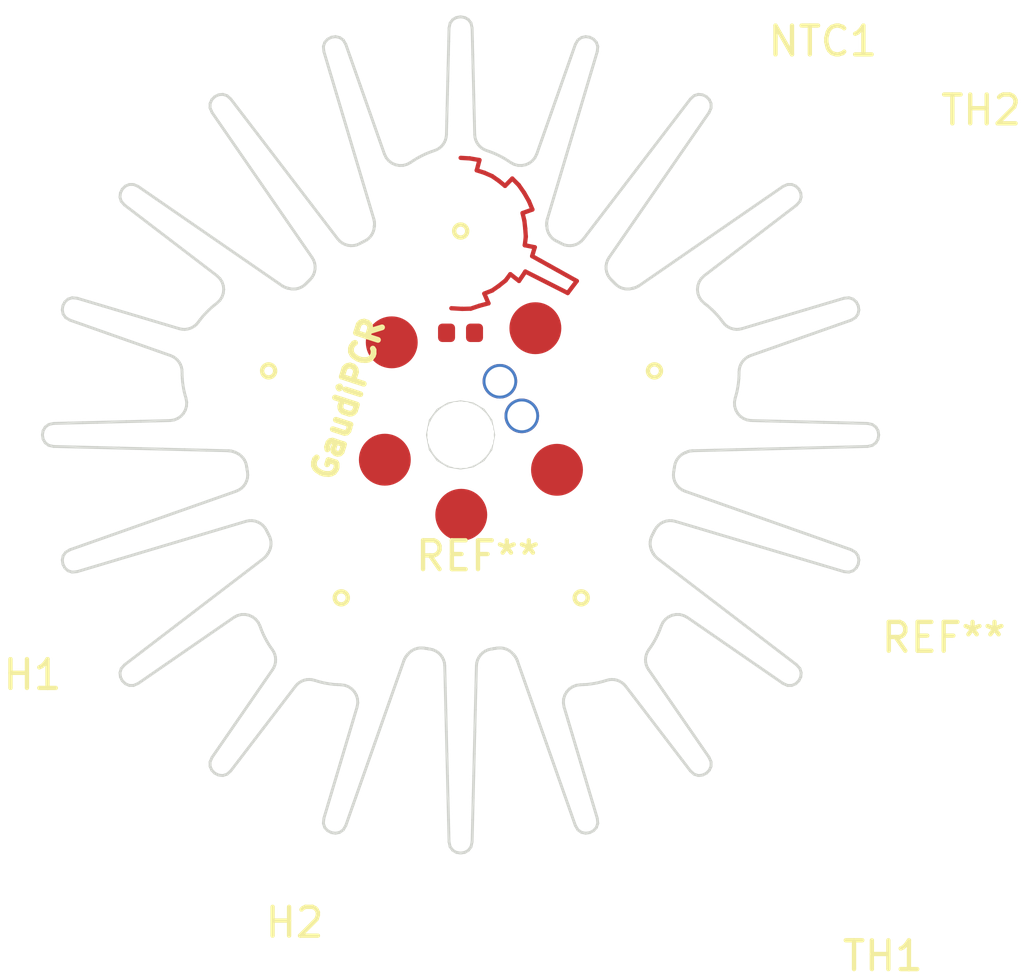
<source format=kicad_pcb>
(kicad_pcb (version 20171130) (host pcbnew 5.0.2-bee76a0~70~ubuntu18.04.1)
  (layers (0 F.Cu signal) (31 B.Cu signal) (35 F.Paste user) (36 B.SilkS user) (37 F.SilkS user) (38 B.Mask user) (39 F.Mask user) (44 Edge.Cuts user))
  (net 0 "")
  (net 1 "Net-(NTC1-Pad1)")
  (net 2 "Net-(NTC1-Pad2)")
  (net 3 /HEATER)
  (module GaudiLabsFootPrints:SolderPad1_8mm (layer F.Cu) (at 102.64 96.35)
    (fp_text reference TH2 (at 15.46 -7.56) (layer F.SilkS))
    (fp_text value PAD)
    (pad 1 smd circle (at 0 0) (size 1.8 1.8) (layers F.Cu F.Paste F.Mask) (net 2 "Net-(NTC1-Pad2)"))
  )
  (module GaudiLabsFootPrints:SolderPad1_8mm (layer F.Cu) (at 97.66 96.84)
    (fp_text reference TH1 (at 17.03 21.28) (layer F.SilkS))
    (fp_text value PAD)
    (pad 1 smd circle (at 0 0) (size 1.8 1.8) (layers F.Cu F.Paste F.Mask) (net 1 "Net-(NTC1-Pad1)"))
  )
  (module GaudiLabsFootPrints:SolderPad1_8mm (layer F.Cu) (at 97.42 100.91)
    (fp_text reference H1 (at -12.22 7.46) (layer F.SilkS))
    (fp_text value PAD)
    (pad 1 smd circle (at 0 0) (size 1.8 1.8) (layers F.Cu F.Paste F.Mask) (net 3 /HEATER))
  )
  (module GaudiLabsFootPrints:SolderPad1_8mm (layer F.Cu) (at 100.07 102.82)
    (fp_text reference H2 (at -5.78 14.14) (layer F.SilkS))
    (fp_text value PAD)
    (pad 1 smd circle (at 0 0) (size 1.8 1.8) (layers F.Cu F.Paste F.Mask) (net 3 /HEATER))
  )
  (module GaudiLabsFootPrints:SolderPad1_8mm (layer F.Cu) (at 103.39 101.26)
    (fp_text reference REF** (at 13.41 5.82) (layer F.SilkS))
    (fp_text value SolderPad1_8mm)
    (pad 1 smd circle (at 0 0) (size 1.8 1.8) (layers F.Cu F.Paste F.Mask))
  )
  (module Capacitor_SMD:C_0402_1005Metric (layer F.Cu) (at 100.045 96.51)
    (fp_text reference NTC1 (at 12.565 -10.11) (layer F.SilkS))
    (fp_text value Thermistor_NTC)
    (pad 2 smd roundrect (at 0.485 0) (size 0.59 0.64) (layers F.Cu F.Paste F.Mask) (net 2 "Net-(NTC1-Pad2)"))
    (pad 1 smd roundrect (at -0.485 0) (size 0.59 0.64) (layers F.Cu F.Paste F.Mask) (net 1 "Net-(NTC1-Pad1)"))
  )
  (module GaudiLabsFootPrints:Drill2_3 (layer F.Cu) (at 100.05 100.05)
    (fp_text reference REF** (at 0.6 4.2) (layer F.SilkS))
    (fp_text value Drill2_3)
    (pad "" np_thru_hole circle (at 0 0) (size 2.3 2.3) (drill 2.3) (layers *.Cu *.Mask))
  )
  (gr_circle (center 104.23 105.7) (end 104.38 105.87) (layer F.SilkS) (width 0.15))
  (gr_circle (center 95.91 105.7) (end 96.136716 105.7) (layer F.SilkS) (width 0.15))
  (gr_circle (center 93.39 97.83) (end 93.54 98) (layer F.SilkS) (width 0.15))
  (gr_circle (center 106.77 97.83) (end 106.996716 97.83) (layer F.SilkS) (width 0.15))
  (gr_circle (center 100.05 92.98) (end 100.2 93.15) (layer F.SilkS) (width 0.15))
  (gr_text GaudiPCR (at 96.14 98.8 72) (layer F.SilkS) (effects (font (size 0.8 0.8) (thickness 0.2))))
  (gr_line (start 93.272922 107.10372) (end 93.328102 107.20458) (layer Edge.Cuts) (width 0.1))
  (gr_line (start 93.328102 107.20458) (end 93.387132 107.30328) (layer Edge.Cuts) (width 0.1))
  (gr_line (start 108.764637 95.70823) (end 108.679557 95.63083) (layer Edge.Cuts) (width 0.1))
  (gr_line (start 108.846657 95.78883) (end 108.764637 95.70823) (layer Edge.Cuts) (width 0.1))
  (gr_line (start 109.686137 98.21334) (end 109.696407 98.09879) (layer Edge.Cuts) (width 0.1))
  (gr_line (start 109.671497 98.32737) (end 109.686137 98.21334) (layer Edge.Cuts) (width 0.1))
  (gr_line (start 113.652657 99.63921) (end 114.156177 99.65151) (layer Edge.Cuts) (width 0.1))
  (gr_line (start 113.149137 99.62691) (end 113.652657 99.63921) (layer Edge.Cuts) (width 0.1))
  (gr_line (start 109.68354 103.70126) (end 108.951842 103.48313) (layer Edge.Cuts) (width 0.1))
  (gr_line (start 110.415237 103.91939) (end 109.68354 103.70126) (layer Edge.Cuts) (width 0.1))
  (gr_line (start 109.203447 96.21333) (end 109.273767 96.27423) (layer Edge.Cuts) (width 0.1))
  (gr_line (start 109.142377 96.14093) (end 109.203447 96.21333) (layer Edge.Cuts) (width 0.1))
  (gr_line (start 98.995023 100.55477) (end 99.25542 100.9143) (layer Edge.Cuts) (width 0.1))
  (gr_line (start 98.896403 100.05144) (end 98.995023 100.55477) (layer Edge.Cuts) (width 0.1))
  (gr_line (start 110.631537 99.56541) (end 111.135057 99.57771) (layer Edge.Cuts) (width 0.1))
  (gr_line (start 110.128057 99.55318) (end 110.631537 99.56541) (layer Edge.Cuts) (width 0.1))
  (gr_line (start 108.220144 103.265) (end 107.488447 103.04687) (layer Edge.Cuts) (width 0.1))
  (gr_line (start 108.951842 103.48313) (end 108.220144 103.265) (layer Edge.Cuts) (width 0.1))
  (gr_line (start 113.858069 104.38713) (end 113.827669 104.244) (layer Edge.Cuts) (width 0.1))
  (gr_line (start 113.836579 104.53215) (end 113.858069 104.38713) (layer Edge.Cuts) (width 0.1))
  (gr_line (start 112.61033 104.57377) (end 111.878632 104.35564) (layer Edge.Cuts) (width 0.1))
  (gr_line (start 113.342027 104.7919) (end 112.61033 104.57377) (layer Edge.Cuts) (width 0.1))
  (gr_line (start 107.382636 103.02537) (end 107.277237 103.02337) (layer Edge.Cuts) (width 0.1))
  (gr_line (start 107.488447 103.04687) (end 107.382636 103.02537) (layer Edge.Cuts) (width 0.1))
  (gr_line (start 107.962587 100.61925) (end 107.935327 100.62725) (layer Edge.Cuts) (width 0.1))
  (gr_line (start 107.990187 100.61225) (end 107.962587 100.61925) (layer Edge.Cuts) (width 0.1))
  (gr_line (start 107.864547 100.65686) (end 107.870447 100.65486) (layer Edge.Cuts) (width 0.1))
  (gr_line (start 107.858647 100.65886) (end 107.864547 100.65686) (layer Edge.Cuts) (width 0.1))
  (gr_line (start 108.591507 95.55673) (end 108.500577 95.48593) (layer Edge.Cuts) (width 0.1))
  (gr_line (start 108.679557 95.63083) (end 108.591507 95.55673) (layer Edge.Cuts) (width 0.1))
  (gr_line (start 111.638577 99.59001) (end 112.142097 99.60231) (layer Edge.Cuts) (width 0.1))
  (gr_line (start 111.135057 99.57771) (end 111.638577 99.59001) (layer Edge.Cuts) (width 0.1))
  (gr_line (start 108.018067 100.60725) (end 107.990187 100.61225) (layer Edge.Cuts) (width 0.1))
  (gr_line (start 108.046187 100.60325) (end 108.018067 100.60725) (layer Edge.Cuts) (width 0.1))
  (gr_line (start 106.827764 108.5705) (end 107.090002 108.95063) (layer Edge.Cuts) (width 0.1))
  (gr_line (start 106.565567 108.1904) (end 106.827764 108.5705) (layer Edge.Cuts) (width 0.1))
  (gr_line (start 106.518067 108.1084) (end 106.565567 108.1904) (layer Edge.Cuts) (width 0.1))
  (gr_line (start 106.484577 108.0216) (end 106.518067 108.1084) (layer Edge.Cuts) (width 0.1))
  (gr_line (start 106.465067 107.9317) (end 106.484577 108.0216) (layer Edge.Cuts) (width 0.1))
  (gr_line (start 99.624589 98.97287) (end 99.25614 99.18858) (layer Edge.Cuts) (width 0.1))
  (gr_line (start 100.046885 98.90097) (end 99.624589 98.97287) (layer Edge.Cuts) (width 0.1))
  (gr_line (start 106.619297 103.83672) (end 106.626997 103.91342) (layer Edge.Cuts) (width 0.1))
  (gr_line (start 106.621497 103.75962) (end 106.619297 103.83672) (layer Edge.Cuts) (width 0.1))
  (gr_line (start 106.633577 103.68322) (end 106.621497 103.75962) (layer Edge.Cuts) (width 0.1))
  (gr_line (start 106.655617 103.60842) (end 106.633577 103.68322) (layer Edge.Cuts) (width 0.1))
  (gr_line (start 106.687657 103.53622) (end 106.655617 103.60842) (layer Edge.Cuts) (width 0.1))
  (gr_line (start 100.468221 101.13001) (end 100.83667 100.9143) (layer Edge.Cuts) (width 0.1))
  (gr_line (start 100.045925 101.20191) (end 100.468221 101.13001) (layer Edge.Cuts) (width 0.1))
  (gr_line (start 107.852747 100.66086) (end 107.858647 100.65886) (layer Edge.Cuts) (width 0.1))
  (gr_line (start 107.846847 100.66286) (end 107.852747 100.66086) (layer Edge.Cuts) (width 0.1))
  (gr_line (start 105.383077 108.53736) (end 105.291307 108.53136) (layer Edge.Cuts) (width 0.1))
  (gr_line (start 105.472347 108.55756) (end 105.383077 108.53736) (layer Edge.Cuts) (width 0.1))
  (gr_line (start 105.557517 108.59106) (end 105.472347 108.55756) (layer Edge.Cuts) (width 0.1))
  (gr_line (start 105.636987 108.63736) (end 105.557517 108.59106) (layer Edge.Cuts) (width 0.1))
  (gr_line (start 105.709167 108.69606) (end 105.636987 108.63736) (layer Edge.Cuts) (width 0.1))
  (gr_line (start 105.772457 108.76656) (end 105.709167 108.69606) (layer Edge.Cuts) (width 0.1))
  (gr_line (start 106.052951 109.13343) (end 105.772457 108.76656) (layer Edge.Cuts) (width 0.1))
  (gr_line (start 106.333445 109.5003) (end 106.052951 109.13343) (layer Edge.Cuts) (width 0.1))
  (gr_line (start 106.613938 109.86717) (end 106.333445 109.5003) (layer Edge.Cuts) (width 0.1))
  (gr_line (start 106.894432 110.23405) (end 106.613938 109.86717) (layer Edge.Cuts) (width 0.1))
  (gr_line (start 109.568047 107.52444) (end 109.153457 107.23843) (layer Edge.Cuts) (width 0.1))
  (gr_line (start 109.982637 107.81044) (end 109.568047 107.52444) (layer Edge.Cuts) (width 0.1))
  (gr_line (start 110.397227 108.09645) (end 109.982637 107.81044) (layer Edge.Cuts) (width 0.1))
  (gr_line (start 110.811817 108.38245) (end 110.397227 108.09645) (layer Edge.Cuts) (width 0.1))
  (gr_line (start 111.226407 108.66846) (end 110.811817 108.38245) (layer Edge.Cuts) (width 0.1))
  (gr_line (start 111.812578 108.1521) (end 111.696487 108.02142) (layer Edge.Cuts) (width 0.1))
  (gr_line (start 111.857728 108.29744) (end 111.812578 108.1521) (layer Edge.Cuts) (width 0.1))
  (gr_line (start 111.842428 108.44299) (end 111.857728 108.29744) (layer Edge.Cuts) (width 0.1))
  (gr_line (start 108.731477 111.5438) (end 108.733477 111.39162) (layer Edge.Cuts) (width 0.1))
  (gr_line (start 108.671947 111.67749) (end 108.731477 111.5438) (layer Edge.Cuts) (width 0.1))
  (gr_line (start 108.569299 111.78222) (end 108.671947 111.67749) (layer Edge.Cuts) (width 0.1))
  (gr_line (start 108.437979 111.84752) (end 108.569299 111.78222) (layer Edge.Cuts) (width 0.1))
  (gr_line (start 108.292428 111.86282) (end 108.437979 111.84752) (layer Edge.Cuts) (width 0.1))
  (gr_line (start 108.14709 111.81762) (end 108.292428 111.86282) (layer Edge.Cuts) (width 0.1))
  (gr_line (start 108.016407 111.70153) (end 108.14709 111.81762) (layer Edge.Cuts) (width 0.1))
  (gr_line (start 107.781835 106.31301) (end 107.647513 106.27911) (layer Edge.Cuts) (width 0.1))
  (gr_line (start 107.909687 106.38041) (end 107.781835 106.31301) (layer Edge.Cuts) (width 0.1))
  (gr_line (start 108.324277 106.66642) (end 107.909687 106.38041) (layer Edge.Cuts) (width 0.1))
  (gr_line (start 108.738867 106.95242) (end 108.324277 106.66642) (layer Edge.Cuts) (width 0.1))
  (gr_line (start 109.153457 107.23843) (end 108.738867 106.95242) (layer Edge.Cuts) (width 0.1))
  (gr_line (start 109.702307 97.98384) (end 109.703807 97.86863) (layer Edge.Cuts) (width 0.1))
  (gr_line (start 109.696407 98.09879) (end 109.702307 97.98384) (layer Edge.Cuts) (width 0.1))
  (gr_line (start 107.150976 106.44361) (end 107.063386 106.55096) (layer Edge.Cuts) (width 0.1))
  (gr_line (start 107.258454 106.36101) (end 107.150976 106.44361) (layer Edge.Cuts) (width 0.1))
  (gr_line (start 107.380551 106.30491) (end 107.258454 106.36101) (layer Edge.Cuts) (width 0.1))
  (gr_line (start 107.511994 106.27711) (end 107.380551 106.30491) (layer Edge.Cuts) (width 0.1))
  (gr_line (start 107.647513 106.27911) (end 107.511994 106.27711) (layer Edge.Cuts) (width 0.1))
  (gr_line (start 109.601497 98.66509) (end 109.629157 98.55337) (layer Edge.Cuts) (width 0.1))
  (gr_line (start 109.569527 98.77579) (end 109.601497 98.66509) (layer Edge.Cuts) (width 0.1))
  (gr_line (start 106.733657 103.44712) (end 106.744967 103.42472) (layer Edge.Cuts) (width 0.1))
  (gr_line (start 106.722267 103.46942) (end 106.733657 103.44712) (layer Edge.Cuts) (width 0.1))
  (gr_line (start 106.710807 103.49172) (end 106.722267 103.46942) (layer Edge.Cuts) (width 0.1))
  (gr_line (start 106.699267 103.51402) (end 106.710807 103.49172) (layer Edge.Cuts) (width 0.1))
  (gr_line (start 106.687657 103.53622) (end 106.699267 103.51402) (layer Edge.Cuts) (width 0.1))
  (gr_line (start 114.326891 100.41382) (end 114.448829 100.32282) (layer Edge.Cuts) (width 0.1))
  (gr_line (start 114.156177 100.45132) (end 114.326891 100.41382) (layer Edge.Cuts) (width 0.1))
  (gr_line (start 111.812588 91.950748) (end 111.857738 91.80541) (layer Edge.Cuts) (width 0.1))
  (gr_line (start 111.696497 92.081431) (end 111.812588 91.950748) (layer Edge.Cuts) (width 0.1))
  (gr_line (start 113.73987 95.98318) (end 113.82766 95.85892) (layer Edge.Cuts) (width 0.1))
  (gr_line (start 113.589167 96.07158) (end 113.73987 95.98318) (layer Edge.Cuts) (width 0.1))
  (gr_line (start 107.908437 100.63625) (end 107.881977 100.64685) (layer Edge.Cuts) (width 0.1))
  (gr_line (start 107.935327 100.62725) (end 107.908437 100.63625) (layer Edge.Cuts) (width 0.1))
  (gr_line (start 107.876247 100.65286) (end 107.882047 100.65086) (layer Edge.Cuts) (width 0.1))
  (gr_line (start 107.870447 100.65486) (end 107.876247 100.65286) (layer Edge.Cuts) (width 0.1))
  (gr_line (start 106.767367 103.37992) (end 106.778457 103.35742) (layer Edge.Cuts) (width 0.1))
  (gr_line (start 106.756207 103.40232) (end 106.767367 103.37992) (layer Edge.Cuts) (width 0.1))
  (gr_line (start 106.744967 103.42472) (end 106.756207 103.40232) (layer Edge.Cuts) (width 0.1))
  (gr_line (start 108.85961 100.58082) (end 108.102957 100.59932) (layer Edge.Cuts) (width 0.1))
  (gr_line (start 109.616262 100.56232) (end 108.85961 100.58082) (layer Edge.Cuts) (width 0.1))
  (gr_line (start 107.076603 103.07237) (end 106.985833 103.12177) (layer Edge.Cuts) (width 0.1))
  (gr_line (start 107.174483 103.03927) (end 107.076603 103.07237) (layer Edge.Cuts) (width 0.1))
  (gr_line (start 107.277237 103.02337) (end 107.174483 103.03927) (layer Edge.Cuts) (width 0.1))
  (gr_line (start 113.85806 95.71579) (end 113.83657 95.57077) (layer Edge.Cuts) (width 0.1))
  (gr_line (start 113.82766 95.85892) (end 113.85806 95.71579) (layer Edge.Cuts) (width 0.1))
  (gr_line (start 108.895631 94.22285) (end 108.495507 94.52877) (layer Edge.Cuts) (width 0.1))
  (gr_line (start 109.295754 93.91694) (end 108.895631 94.22285) (layer Edge.Cuts) (width 0.1))
  (gr_line (start 114.521989 99.9069) (end 114.448829 99.78016) (layer Edge.Cuts) (width 0.1))
  (gr_line (start 114.546379 100.05149) (end 114.521989 99.9069) (layer Edge.Cuts) (width 0.1))
  (gr_line (start 109.988323 102.76323) (end 110.708492 103.01684) (layer Edge.Cuts) (width 0.1))
  (gr_line (start 109.268154 102.50962) (end 109.988323 102.76323) (layer Edge.Cuts) (width 0.1))
  (gr_line (start 110.244063 96.23451) (end 110.68663 96.10257) (layer Edge.Cuts) (width 0.1))
  (gr_line (start 109.801497 96.36644) (end 110.244063 96.23451) (layer Edge.Cuts) (width 0.1))
  (gr_line (start 109.652497 98.44076) (end 109.671497 98.32737) (layer Edge.Cuts) (width 0.1))
  (gr_line (start 109.629157 98.55337) (end 109.652497 98.44076) (layer Edge.Cuts) (width 0.1))
  (gr_line (start 108.074497 100.60025) (end 108.046187 100.60325) (layer Edge.Cuts) (width 0.1))
  (gr_line (start 108.102957 100.59932) (end 108.074497 100.60025) (layer Edge.Cuts) (width 0.1))
  (gr_line (start 107.840947 100.66486) (end 107.846847 100.66286) (layer Edge.Cuts) (width 0.1))
  (gr_line (start 107.835047 100.66686) (end 107.840947 100.66486) (layer Edge.Cuts) (width 0.1))
  (gr_line (start 106.842777 104.30702) (end 106.864087 104.32582) (layer Edge.Cuts) (width 0.1))
  (gr_line (start 106.822407 104.28722) (end 106.842777 104.30702) (layer Edge.Cuts) (width 0.1))
  (gr_line (start 106.803007 104.26652) (end 106.822407 104.28722) (layer Edge.Cuts) (width 0.1))
  (gr_line (start 106.784607 104.24492) (end 106.803007 104.26652) (layer Edge.Cuts) (width 0.1))
  (gr_line (start 106.767247 104.22242) (end 106.784607 104.24492) (layer Edge.Cuts) (width 0.1))
  (gr_line (start 111.095222 107.56173) (end 111.696497 108.02144) (layer Edge.Cuts) (width 0.1))
  (gr_line (start 110.493947 107.10202) (end 111.095222 107.56173) (layer Edge.Cuts) (width 0.1))
  (gr_line (start 109.892672 106.64231) (end 110.493947 107.10202) (layer Edge.Cuts) (width 0.1))
  (gr_line (start 109.291397 106.18261) (end 109.892672 106.64231) (layer Edge.Cuts) (width 0.1))
  (gr_line (start 108.690122 105.7229) (end 109.291397 106.18261) (layer Edge.Cuts) (width 0.1))
  (gr_line (start 111.146935 104.13751) (end 110.415237 103.91939) (layer Edge.Cuts) (width 0.1))
  (gr_line (start 111.878632 104.35564) (end 111.146935 104.13751) (layer Edge.Cuts) (width 0.1))
  (gr_line (start 106.719247 104.15002) (end 106.715947 104.14502) (layer Edge.Cuts) (width 0.1))
  (gr_line (start 106.722547 104.15502) (end 106.719247 104.15002) (layer Edge.Cuts) (width 0.1))
  (gr_line (start 106.725847 104.16002) (end 106.722547 104.15502) (layer Edge.Cuts) (width 0.1))
  (gr_line (start 106.729147 104.16502) (end 106.725847 104.16002) (layer Edge.Cuts) (width 0.1))
  (gr_line (start 106.732447 104.17002) (end 106.729147 104.16502) (layer Edge.Cuts) (width 0.1))
  (gr_line (start 113.515923 95.29402) (end 113.342018 95.31102) (layer Edge.Cuts) (width 0.1))
  (gr_line (start 113.659991 95.34292) (end 113.515923 95.29402) (layer Edge.Cuts) (width 0.1))
  (gr_line (start 110.540019 97.14536) (end 110.104427 97.29876) (layer Edge.Cuts) (width 0.1))
  (gr_line (start 110.975612 96.99197) (end 110.540019 97.14536) (layer Edge.Cuts) (width 0.1))
  (gr_line (start 108.275482 95.14202) (end 108.320792 95.26976) (layer Edge.Cuts) (width 0.1))
  (gr_line (start 108.259902 95.00858) (end 108.275482 95.14202) (layer Edge.Cuts) (width 0.1))
  (gr_line (start 109.695878 93.61102) (end 109.295754 93.91694) (layer Edge.Cuts) (width 0.1))
  (gr_line (start 110.096002 93.3051) (end 109.695878 93.61102) (layer Edge.Cuts) (width 0.1))
  (gr_line (start 99.62369 101.13001) (end 100.045925 101.20191) (layer Edge.Cuts) (width 0.1))
  (gr_line (start 99.25542 100.9143) (end 99.62369 101.13001) (layer Edge.Cuts) (width 0.1))
  (gr_line (start 100.408793 114.33192) (end 100.446293 114.16121) (layer Edge.Cuts) (width 0.1))
  (gr_line (start 100.317743 114.45386) (end 100.408793 114.33192) (layer Edge.Cuts) (width 0.1))
  (gr_line (start 100.191 114.52706) (end 100.317743 114.45386) (layer Edge.Cuts) (width 0.1))
  (gr_line (start 100.04641 114.55146) (end 100.191 114.52706) (layer Edge.Cuts) (width 0.1))
  (gr_line (start 99.90182 114.52706) (end 100.04641 114.55146) (layer Edge.Cuts) (width 0.1))
  (gr_line (start 99.775077 114.45386) (end 99.90182 114.52706) (layer Edge.Cuts) (width 0.1))
  (gr_line (start 99.684027 114.33192) (end 99.775077 114.45386) (layer Edge.Cuts) (width 0.1))
  (gr_line (start 99.646527 114.16121) (end 99.684027 114.33192) (layer Edge.Cuts) (width 0.1))
  (gr_line (start 110.603393 91.8642) (end 111.226407 91.434411) (layer Edge.Cuts) (width 0.1))
  (gr_line (start 109.980379 92.293988) (end 110.603393 91.8642) (layer Edge.Cuts) (width 0.1))
  (gr_line (start 109.357366 92.723777) (end 109.980379 92.293988) (layer Edge.Cuts) (width 0.1))
  (gr_line (start 108.734352 93.153566) (end 109.357366 92.723777) (layer Edge.Cuts) (width 0.1))
  (gr_line (start 108.111338 93.58335) (end 108.734352 93.153566) (layer Edge.Cuts) (width 0.1))
  (gr_line (start 107.488325 94.01314) (end 108.111338 93.58335) (layer Edge.Cuts) (width 0.1))
  (gr_line (start 106.865311 94.44293) (end 107.488325 94.01314) (layer Edge.Cuts) (width 0.1))
  (gr_line (start 106.242307 94.87265) (end 106.865311 94.44293) (layer Edge.Cuts) (width 0.1))
  (gr_line (start 106.218477 94.88825) (end 106.242307 94.87265) (layer Edge.Cuts) (width 0.1))
  (gr_line (start 106.193977 94.90265) (end 106.218477 94.88825) (layer Edge.Cuts) (width 0.1))
  (gr_line (start 106.168847 94.91595) (end 106.193977 94.90265) (layer Edge.Cuts) (width 0.1))
  (gr_line (start 106.143127 94.92795) (end 106.168847 94.91595) (layer Edge.Cuts) (width 0.1))
  (gr_line (start 106.116867 94.93875) (end 106.143127 94.92795) (layer Edge.Cuts) (width 0.1))
  (gr_line (start 106.090117 94.94875) (end 106.116867 94.93875) (layer Edge.Cuts) (width 0.1))
  (gr_line (start 106.062907 94.95675) (end 106.090117 94.94875) (layer Edge.Cuts) (width 0.1))
  (gr_line (start 106.035287 94.96375) (end 106.062907 94.95675) (layer Edge.Cuts) (width 0.1))
  (gr_line (start 105.991887 94.97175) (end 105.985687 94.97375) (layer Edge.Cuts) (width 0.1))
  (gr_line (start 105.998087 94.96975) (end 105.991887 94.97175) (layer Edge.Cuts) (width 0.1))
  (gr_line (start 106.004287 94.96875) (end 105.998087 94.96975) (layer Edge.Cuts) (width 0.1))
  (gr_line (start 106.010487 94.96775) (end 106.004287 94.96875) (layer Edge.Cuts) (width 0.1))
  (gr_line (start 106.016687 94.96675) (end 106.010487 94.96775) (layer Edge.Cuts) (width 0.1))
  (gr_line (start 106.022887 94.96575) (end 106.016687 94.96675) (layer Edge.Cuts) (width 0.1))
  (gr_line (start 106.029087 94.96475) (end 106.022887 94.96575) (layer Edge.Cuts) (width 0.1))
  (gr_line (start 106.035287 94.96375) (end 106.029087 94.96475) (layer Edge.Cuts) (width 0.1))
  (gr_line (start 105.908027 94.98929) (end 105.985827 94.97549) (layer Edge.Cuts) (width 0.1))
  (gr_line (start 105.830097 94.99329) (end 105.908027 94.98929) (layer Edge.Cuts) (width 0.1))
  (gr_line (start 105.752987 94.98629) (end 105.830097 94.99329) (layer Edge.Cuts) (width 0.1))
  (gr_line (start 105.677647 94.96999) (end 105.752987 94.98629) (layer Edge.Cuts) (width 0.1))
  (gr_line (start 105.605017 94.94409) (end 105.677647 94.96999) (layer Edge.Cuts) (width 0.1))
  (gr_line (start 105.536047 94.90899) (end 105.605017 94.94409) (layer Edge.Cuts) (width 0.1))
  (gr_line (start 105.471697 94.86489) (end 105.536047 94.90899) (layer Edge.Cuts) (width 0.1))
  (gr_line (start 105.412897 94.81209) (end 105.471697 94.86489) (layer Edge.Cuts) (width 0.1))
  (gr_line (start 105.288857 94.68799) (end 105.270897 94.67049) (layer Edge.Cuts) (width 0.1))
  (gr_line (start 105.306757 94.70549) (end 105.288857 94.68799) (layer Edge.Cuts) (width 0.1))
  (gr_line (start 105.324597 94.72309) (end 105.306757 94.70549) (layer Edge.Cuts) (width 0.1))
  (gr_line (start 105.342377 94.74079) (end 105.324597 94.72309) (layer Edge.Cuts) (width 0.1))
  (gr_line (start 105.360097 94.75849) (end 105.342377 94.74079) (layer Edge.Cuts) (width 0.1))
  (gr_line (start 105.377757 94.77629) (end 105.360097 94.75849) (layer Edge.Cuts) (width 0.1))
  (gr_line (start 105.395357 94.79419) (end 105.377757 94.77629) (layer Edge.Cuts) (width 0.1))
  (gr_line (start 105.412897 94.81209) (end 105.395357 94.79419) (layer Edge.Cuts) (width 0.1))
  (gr_line (start 105.200477 94.58853) (end 105.270897 94.67033) (layer Edge.Cuts) (width 0.1))
  (gr_line (start 105.146987 94.49773) (end 105.200477 94.58853) (layer Edge.Cuts) (width 0.1))
  (gr_line (start 105.110667 94.40033) (end 105.146987 94.49773) (layer Edge.Cuts) (width 0.1))
  (gr_line (start 105.091757 94.29875) (end 105.110667 94.40033) (layer Edge.Cuts) (width 0.1))
  (gr_line (start 105.090457 94.19542) (end 105.091757 94.29875) (layer Edge.Cuts) (width 0.1))
  (gr_line (start 105.107087 94.09278) (end 105.090457 94.19542) (layer Edge.Cuts) (width 0.1))
  (gr_line (start 105.141837 93.99328) (end 105.107087 94.09278) (layer Edge.Cuts) (width 0.1))
  (gr_line (start 105.194957 93.89928) (end 105.141837 93.99328) (layer Edge.Cuts) (width 0.1))
  (gr_line (start 105.628516 93.2708) (end 105.194957 93.89928) (layer Edge.Cuts) (width 0.1))
  (gr_line (start 106.062074 92.642318) (end 105.628516 93.2708) (layer Edge.Cuts) (width 0.1))
  (gr_line (start 106.495633 92.013837) (end 106.062074 92.642318) (layer Edge.Cuts) (width 0.1))
  (gr_line (start 106.929192 91.385356) (end 106.495633 92.013837) (layer Edge.Cuts) (width 0.1))
  (gr_line (start 107.362751 90.756874) (end 106.929192 91.385356) (layer Edge.Cuts) (width 0.1))
  (gr_line (start 107.79631 90.128393) (end 107.362751 90.756874) (layer Edge.Cuts) (width 0.1))
  (gr_line (start 108.229868 89.499912) (end 107.79631 90.128393) (layer Edge.Cuts) (width 0.1))
  (gr_line (start 108.663427 88.871431) (end 108.229868 89.499912) (layer Edge.Cuts) (width 0.1))
  (gr_line (start 108.147089 88.28532) (end 108.016408 88.401348) (layer Edge.Cuts) (width 0.1))
  (gr_line (start 108.292408 88.24021) (end 108.147089 88.28532) (layer Edge.Cuts) (width 0.1))
  (gr_line (start 108.437932 88.25552) (end 108.292408 88.24021) (layer Edge.Cuts) (width 0.1))
  (gr_line (start 108.569227 88.32077) (end 108.437932 88.25552) (layer Edge.Cuts) (width 0.1))
  (gr_line (start 108.671857 88.425473) (end 108.569227 88.32077) (layer Edge.Cuts) (width 0.1))
  (gr_line (start 108.731387 88.559142) (end 108.671857 88.425473) (layer Edge.Cuts) (width 0.1))
  (gr_line (start 108.733387 88.71129) (end 108.731387 88.559142) (layer Edge.Cuts) (width 0.1))
  (gr_line (start 108.663427 88.871431) (end 108.733387 88.71129) (layer Edge.Cuts) (width 0.1))
  (gr_line (start 107.552664 89.007901) (end 108.016407 88.401351) (layer Edge.Cuts) (width 0.1))
  (gr_line (start 107.088922 89.614451) (end 107.552664 89.007901) (layer Edge.Cuts) (width 0.1))
  (gr_line (start 106.625179 90.221001) (end 107.088922 89.614451) (layer Edge.Cuts) (width 0.1))
  (gr_line (start 106.161437 90.827551) (end 106.625179 90.221001) (layer Edge.Cuts) (width 0.1))
  (gr_line (start 105.697694 91.4341) (end 106.161437 90.827551) (layer Edge.Cuts) (width 0.1))
  (gr_line (start 105.233952 92.04065) (end 105.697694 91.4341) (layer Edge.Cuts) (width 0.1))
  (gr_line (start 104.77021 92.6472) (end 105.233952 92.04065) (layer Edge.Cuts) (width 0.1))
  (gr_line (start 104.306467 93.25375) (end 104.77021 92.6472) (layer Edge.Cuts) (width 0.1))
  (gr_line (start 104.233486 93.33295) (end 104.306466 93.25335) (layer Edge.Cuts) (width 0.1))
  (gr_line (start 104.149566 93.39675) (end 104.233486 93.33295) (layer Edge.Cuts) (width 0.1))
  (gr_line (start 104.057086 93.44425) (end 104.149566 93.39675) (layer Edge.Cuts) (width 0.1))
  (gr_line (start 103.958426 93.47495) (end 104.057086 93.44425) (layer Edge.Cuts) (width 0.1))
  (gr_line (start 103.855966 93.48835) (end 103.958426 93.47495) (layer Edge.Cuts) (width 0.1))
  (gr_line (start 103.752084 93.48435) (end 103.855966 93.48835) (layer Edge.Cuts) (width 0.1))
  (gr_line (start 103.649157 93.46155) (end 103.752084 93.48435) (layer Edge.Cuts) (width 0.1))
  (gr_line (start 103.549567 93.41985) (end 103.649157 93.46155) (layer Edge.Cuts) (width 0.1))
  (gr_line (start 103.393437 93.33975) (end 103.370977 93.32855) (layer Edge.Cuts) (width 0.1))
  (gr_line (start 103.415857 93.35095) (end 103.393437 93.33975) (layer Edge.Cuts) (width 0.1))
  (gr_line (start 103.438237 93.36225) (end 103.415857 93.35095) (layer Edge.Cuts) (width 0.1))
  (gr_line (start 103.460577 93.37365) (end 103.438237 93.36225) (layer Edge.Cuts) (width 0.1))
  (gr_line (start 103.482877 93.38505) (end 103.460577 93.37365) (layer Edge.Cuts) (width 0.1))
  (gr_line (start 103.505147 93.39655) (end 103.482877 93.38505) (layer Edge.Cuts) (width 0.1))
  (gr_line (start 103.527377 93.40815) (end 103.505147 93.39655) (layer Edge.Cuts) (width 0.1))
  (gr_line (start 103.549567 93.41985) (end 103.527377 93.40815) (layer Edge.Cuts) (width 0.1))
  (gr_line (start 103.302607 93.288911) (end 103.370977 93.328511) (layer Edge.Cuts) (width 0.1))
  (gr_line (start 103.240797 93.241311) (end 103.302607 93.288911) (layer Edge.Cuts) (width 0.1))
  (gr_line (start 103.186097 93.186611) (end 103.240797 93.241311) (layer Edge.Cuts) (width 0.1))
  (gr_line (start 103.139057 93.125531) (end 103.186097 93.186611) (layer Edge.Cuts) (width 0.1))
  (gr_line (start 103.100227 93.058931) (end 103.139057 93.125531) (layer Edge.Cuts) (width 0.1))
  (gr_line (start 103.070167 92.987621) (end 103.100227 93.058931) (layer Edge.Cuts) (width 0.1))
  (gr_line (start 103.049417 92.912431) (end 103.070167 92.987621) (layer Edge.Cuts) (width 0.1))
  (gr_line (start 103.038527 92.834171) (end 103.049417 92.912431) (layer Edge.Cuts) (width 0.1))
  (gr_line (start 103.035074 92.790071) (end 103.034527 92.783771) (layer Edge.Cuts) (width 0.1))
  (gr_line (start 103.035608 92.796371) (end 103.035074 92.790071) (layer Edge.Cuts) (width 0.1))
  (gr_line (start 103.036128 92.802671) (end 103.035608 92.796371) (layer Edge.Cuts) (width 0.1))
  (gr_line (start 103.036634 92.808971) (end 103.036128 92.802671) (layer Edge.Cuts) (width 0.1))
  (gr_line (start 103.037128 92.815271) (end 103.036634 92.808971) (layer Edge.Cuts) (width 0.1))
  (gr_line (start 103.037608 92.821571) (end 103.037128 92.815271) (layer Edge.Cuts) (width 0.1))
  (gr_line (start 103.038074 92.827871) (end 103.037608 92.821571) (layer Edge.Cuts) (width 0.1))
  (gr_line (start 103.038527 92.834171) (end 103.038074 92.827871) (layer Edge.Cuts) (width 0.1))
  (gr_line (start 103.03252 92.755071) (end 103.03442 92.783501) (layer Edge.Cuts) (width 0.1))
  (gr_line (start 103.032 92.726631) (end 103.03252 92.755071) (layer Edge.Cuts) (width 0.1))
  (gr_line (start 103.032827 92.698231) (end 103.032 92.726631) (layer Edge.Cuts) (width 0.1))
  (gr_line (start 103.035027 92.669921) (end 103.032827 92.698231) (layer Edge.Cuts) (width 0.1))
  (gr_line (start 103.038527 92.641741) (end 103.035027 92.669921) (layer Edge.Cuts) (width 0.1))
  (gr_line (start 103.043327 92.613741) (end 103.038527 92.641741) (layer Edge.Cuts) (width 0.1))
  (gr_line (start 103.049527 92.585971) (end 103.043327 92.613741) (layer Edge.Cuts) (width 0.1))
  (gr_line (start 103.057027 92.558481) (end 103.049527 92.585971) (layer Edge.Cuts) (width 0.1))
  (gr_line (start 103.273258 91.833147) (end 103.057027 92.558481) (layer Edge.Cuts) (width 0.1))
  (gr_line (start 103.48949 91.107814) (end 103.273258 91.833147) (layer Edge.Cuts) (width 0.1))
  (gr_line (start 103.705721 90.38248) (end 103.48949 91.107814) (layer Edge.Cuts) (width 0.1))
  (gr_line (start 103.921952 89.657146) (end 103.705721 90.38248) (layer Edge.Cuts) (width 0.1))
  (gr_line (start 104.138183 88.931812) (end 103.921952 89.657146) (layer Edge.Cuts) (width 0.1))
  (gr_line (start 104.354415 88.206479) (end 104.138183 88.931812) (layer Edge.Cuts) (width 0.1))
  (gr_line (start 104.570646 87.481145) (end 104.354415 88.206479) (layer Edge.Cuts) (width 0.1))
  (gr_line (start 104.786877 86.755811) (end 104.570646 87.481145) (layer Edge.Cuts) (width 0.1))
  (gr_line (start 104.114672 86.357913) (end 104.026252 86.508684) (layer Edge.Cuts) (width 0.1))
  (gr_line (start 104.238941 86.270073) (end 104.114672 86.357913) (layer Edge.Cuts) (width 0.1))
  (gr_line (start 104.382089 86.239653) (end 104.238941 86.270073) (layer Edge.Cuts) (width 0.1))
  (gr_line (start 104.527139 86.261143) (end 104.382089 86.239653) (layer Edge.Cuts) (width 0.1))
  (gr_line (start 104.657117 86.329013) (end 104.527139 86.261143) (layer Edge.Cuts) (width 0.1))
  (gr_line (start 104.755047 86.437759) (end 104.657117 86.329013) (layer Edge.Cuts) (width 0.1))
  (gr_line (start 104.803957 86.581864) (end 104.755047 86.437759) (layer Edge.Cuts) (width 0.1))
  (gr_line (start 104.786877 86.755811) (end 104.803957 86.581864) (layer Edge.Cuts) (width 0.1))
  (gr_line (start 103.858957 86.983755) (end 104.026257 86.508681) (layer Edge.Cuts) (width 0.1))
  (gr_line (start 103.691657 87.458829) (end 103.858957 86.983755) (layer Edge.Cuts) (width 0.1))
  (gr_line (start 103.524357 87.933902) (end 103.691657 87.458829) (layer Edge.Cuts) (width 0.1))
  (gr_line (start 103.357057 88.408976) (end 103.524357 87.933902) (layer Edge.Cuts) (width 0.1))
  (gr_line (start 103.189757 88.88405) (end 103.357057 88.408976) (layer Edge.Cuts) (width 0.1))
  (gr_line (start 103.022457 89.359124) (end 103.189757 88.88405) (layer Edge.Cuts) (width 0.1))
  (gr_line (start 102.855157 89.834197) (end 103.022457 89.359124) (layer Edge.Cuts) (width 0.1))
  (gr_line (start 102.687856 90.309232) (end 102.855157 89.834197) (layer Edge.Cuts) (width 0.1))
  (gr_line (start 102.624056 90.438932) (end 102.687856 90.309232) (layer Edge.Cuts) (width 0.1))
  (gr_line (start 102.535336 90.545341) (end 102.624056 90.438932) (layer Edge.Cuts) (width 0.1))
  (gr_line (start 102.42699 90.626771) (end 102.535336 90.545341) (layer Edge.Cuts) (width 0.1))
  (gr_line (start 102.304307 90.681541) (end 102.42699 90.626771) (layer Edge.Cuts) (width 0.1))
  (gr_line (start 102.172577 90.707951) (end 102.304307 90.681541) (layer Edge.Cuts) (width 0.1))
  (gr_line (start 102.03709 90.704351) (end 102.172577 90.707951) (layer Edge.Cuts) (width 0.1))
  (gr_line (start 101.903137 90.668991) (end 102.03709 90.704351) (layer Edge.Cuts) (width 0.1))
  (gr_line (start 101.776007 90.600211) (end 101.903137 90.668991) (layer Edge.Cuts) (width 0.1))
  (gr_line (start 101.063834 90.229241) (end 100.954709 90.192251) (layer Edge.Cuts) (width 0.1))
  (gr_line (start 101.17134 90.270341) (end 101.063834 90.229241) (layer Edge.Cuts) (width 0.1))
  (gr_line (start 101.277113 90.315501) (end 101.17134 90.270341) (layer Edge.Cuts) (width 0.1))
  (gr_line (start 101.38104 90.364661) (end 101.277113 90.315501) (layer Edge.Cuts) (width 0.1))
  (gr_line (start 101.483007 90.417771) (end 101.38104 90.364661) (layer Edge.Cuts) (width 0.1))
  (gr_line (start 101.582897 90.474771) (end 101.483007 90.417771) (layer Edge.Cuts) (width 0.1))
  (gr_line (start 101.680607 90.535601) (end 101.582897 90.474771) (layer Edge.Cuts) (width 0.1))
  (gr_line (start 101.776007 90.600211) (end 101.680607 90.535601) (layer Edge.Cuts) (width 0.1))
  (gr_line (start 100.866997 90.156551) (end 100.954757 90.192251) (layer Edge.Cuts) (width 0.1))
  (gr_line (start 100.787367 90.108481) (end 100.866997 90.156551) (layer Edge.Cuts) (width 0.1))
  (gr_line (start 100.716877 90.049371) (end 100.787367 90.108481) (layer Edge.Cuts) (width 0.1))
  (gr_line (start 100.656527 89.980561) (end 100.716877 90.049371) (layer Edge.Cuts) (width 0.1))
  (gr_line (start 100.607317 89.903391) (end 100.656527 89.980561) (layer Edge.Cuts) (width 0.1))
  (gr_line (start 100.570257 89.819191) (end 100.607317 89.903391) (layer Edge.Cuts) (width 0.1))
  (gr_line (start 100.546347 89.729301) (end 100.570257 89.819191) (layer Edge.Cuts) (width 0.1))
  (gr_line (start 100.536607 89.635061) (end 100.546347 89.729301) (layer Edge.Cuts) (width 0.1))
  (gr_line (start 100.525317 89.173386) (end 100.536607 89.635061) (layer Edge.Cuts) (width 0.1))
  (gr_line (start 100.514027 88.711711) (end 100.525317 89.173386) (layer Edge.Cuts) (width 0.1))
  (gr_line (start 100.502737 88.250036) (end 100.514027 88.711711) (layer Edge.Cuts) (width 0.1))
  (gr_line (start 100.491447 87.788361) (end 100.502737 88.250036) (layer Edge.Cuts) (width 0.1))
  (gr_line (start 100.480157 87.326686) (end 100.491447 87.788361) (layer Edge.Cuts) (width 0.1))
  (gr_line (start 100.468867 86.865011) (end 100.480157 87.326686) (layer Edge.Cuts) (width 0.1))
  (gr_line (start 100.457577 86.403336) (end 100.468867 86.865011) (layer Edge.Cuts) (width 0.1))
  (gr_line (start 100.446287 85.941661) (end 100.457577 86.403336) (layer Edge.Cuts) (width 0.1))
  (gr_line (start 99.684021 85.770947) (end 99.646521 85.941661) (layer Edge.Cuts) (width 0.1))
  (gr_line (start 99.775071 85.649009) (end 99.684021 85.770947) (layer Edge.Cuts) (width 0.1))
  (gr_line (start 99.901814 85.575849) (end 99.775071 85.649009) (layer Edge.Cuts) (width 0.1))
  (gr_line (start 100.046404 85.551459) (end 99.901814 85.575849) (layer Edge.Cuts) (width 0.1))
  (gr_line (start 100.190994 85.575849) (end 100.046404 85.551459) (layer Edge.Cuts) (width 0.1))
  (gr_line (start 100.317737 85.649009) (end 100.190994 85.575849) (layer Edge.Cuts) (width 0.1))
  (gr_line (start 100.408787 85.770947) (end 100.317737 85.649009) (layer Edge.Cuts) (width 0.1))
  (gr_line (start 100.446287 85.941661) (end 100.408787 85.770947) (layer Edge.Cuts) (width 0.1))
  (gr_line (start 99.635287 86.403336) (end 99.646577 85.941661) (layer Edge.Cuts) (width 0.1))
  (gr_line (start 99.623997 86.865011) (end 99.635287 86.403336) (layer Edge.Cuts) (width 0.1))
  (gr_line (start 99.612707 87.326686) (end 99.623997 86.865011) (layer Edge.Cuts) (width 0.1))
  (gr_line (start 99.601417 87.788361) (end 99.612707 87.326686) (layer Edge.Cuts) (width 0.1))
  (gr_line (start 99.590127 88.250036) (end 99.601417 87.788361) (layer Edge.Cuts) (width 0.1))
  (gr_line (start 99.578837 88.711711) (end 99.590127 88.250036) (layer Edge.Cuts) (width 0.1))
  (gr_line (start 99.567547 89.173386) (end 99.578837 88.711711) (layer Edge.Cuts) (width 0.1))
  (gr_line (start 99.556307 89.635051) (end 99.567547 89.173386) (layer Edge.Cuts) (width 0.1))
  (gr_line (start 99.546507 89.729291) (end 99.556307 89.635051) (layer Edge.Cuts) (width 0.1))
  (gr_line (start 99.522597 89.819181) (end 99.546507 89.729291) (layer Edge.Cuts) (width 0.1))
  (gr_line (start 99.485537 89.903381) (end 99.522597 89.819181) (layer Edge.Cuts) (width 0.1))
  (gr_line (start 99.436327 89.980551) (end 99.485537 89.903381) (layer Edge.Cuts) (width 0.1))
  (gr_line (start 99.375977 90.049361) (end 99.436327 89.980551) (layer Edge.Cuts) (width 0.1))
  (gr_line (start 99.305487 90.108471) (end 99.375977 90.049361) (layer Edge.Cuts) (width 0.1))
  (gr_line (start 99.225857 90.156541) (end 99.305487 90.108471) (layer Edge.Cuts) (width 0.1))
  (gr_line (start 99.138097 90.192241) (end 99.225857 90.156541) (layer Edge.Cuts) (width 0.1))
  (gr_line (start 98.412216 90.535591) (end 98.316816 90.600201) (layer Edge.Cuts) (width 0.1))
  (gr_line (start 98.509916 90.474761) (end 98.412216 90.535591) (layer Edge.Cuts) (width 0.1))
  (gr_line (start 98.609806 90.417761) (end 98.509916 90.474761) (layer Edge.Cuts) (width 0.1))
  (gr_line (start 98.711771 90.364651) (end 98.609806 90.417761) (layer Edge.Cuts) (width 0.1))
  (gr_line (start 98.815697 90.315491) (end 98.711771 90.364651) (layer Edge.Cuts) (width 0.1))
  (gr_line (start 98.921469 90.270331) (end 98.815697 90.315491) (layer Edge.Cuts) (width 0.1))
  (gr_line (start 99.028974 90.229231) (end 98.921469 90.270331) (layer Edge.Cuts) (width 0.1))
  (gr_line (start 99.138097 90.192241) (end 99.028974 90.229231) (layer Edge.Cuts) (width 0.1))
  (gr_line (start 98.189676 90.669031) (end 98.316806 90.600251) (layer Edge.Cuts) (width 0.1))
  (gr_line (start 98.055722 90.704391) (end 98.189676 90.669031) (layer Edge.Cuts) (width 0.1))
  (gr_line (start 97.920235 90.707991) (end 98.055722 90.704391) (layer Edge.Cuts) (width 0.1))
  (gr_line (start 97.788505 90.681581) (end 97.920235 90.707991) (layer Edge.Cuts) (width 0.1))
  (gr_line (start 97.665821 90.626811) (end 97.788505 90.681581) (layer Edge.Cuts) (width 0.1))
  (gr_line (start 97.557475 90.545381) (end 97.665821 90.626811) (layer Edge.Cuts) (width 0.1))
  (gr_line (start 97.468755 90.438971) (end 97.557475 90.545381) (layer Edge.Cuts) (width 0.1))
  (gr_line (start 97.404955 90.309271) (end 97.468755 90.438971) (layer Edge.Cuts) (width 0.1))
  (gr_line (start 97.237655 89.834197) (end 97.404955 90.309271) (layer Edge.Cuts) (width 0.1))
  (gr_line (start 97.070355 89.359124) (end 97.237655 89.834197) (layer Edge.Cuts) (width 0.1))
  (gr_line (start 96.903055 88.88405) (end 97.070355 89.359124) (layer Edge.Cuts) (width 0.1))
  (gr_line (start 96.735755 88.408976) (end 96.903055 88.88405) (layer Edge.Cuts) (width 0.1))
  (gr_line (start 96.568455 87.933902) (end 96.735755 88.408976) (layer Edge.Cuts) (width 0.1))
  (gr_line (start 96.401155 87.458829) (end 96.568455 87.933902) (layer Edge.Cuts) (width 0.1))
  (gr_line (start 96.233855 86.983755) (end 96.401155 87.458829) (layer Edge.Cuts) (width 0.1))
  (gr_line (start 96.066555 86.508681) (end 96.233855 86.983755) (layer Edge.Cuts) (width 0.1))
  (gr_line (start 95.288863 86.581861) (end 95.305943 86.755802) (layer Edge.Cuts) (width 0.1))
  (gr_line (start 95.337773 86.437762) (end 95.288863 86.581861) (layer Edge.Cuts) (width 0.1))
  (gr_line (start 95.435703 86.32902) (end 95.337773 86.437762) (layer Edge.Cuts) (width 0.1))
  (gr_line (start 95.565678 86.26115) (end 95.435703 86.32902) (layer Edge.Cuts) (width 0.1))
  (gr_line (start 95.710723 86.23967) (end 95.565678 86.26115) (layer Edge.Cuts) (width 0.1))
  (gr_line (start 95.853867 86.27009) (end 95.710723 86.23967) (layer Edge.Cuts) (width 0.1))
  (gr_line (start 95.978135 86.35792) (end 95.853867 86.27009) (layer Edge.Cuts) (width 0.1))
  (gr_line (start 96.066555 86.508681) (end 95.978135 86.35792) (layer Edge.Cuts) (width 0.1))
  (gr_line (start 95.522167 87.481145) (end 95.305936 86.755811) (layer Edge.Cuts) (width 0.1))
  (gr_line (start 95.738399 88.206479) (end 95.522167 87.481145) (layer Edge.Cuts) (width 0.1))
  (gr_line (start 95.95463 88.931812) (end 95.738399 88.206479) (layer Edge.Cuts) (width 0.1))
  (gr_line (start 96.170861 89.657146) (end 95.95463 88.931812) (layer Edge.Cuts) (width 0.1))
  (gr_line (start 96.387093 90.38248) (end 96.170861 89.657146) (layer Edge.Cuts) (width 0.1))
  (gr_line (start 96.603324 91.107814) (end 96.387093 90.38248) (layer Edge.Cuts) (width 0.1))
  (gr_line (start 96.819556 91.833147) (end 96.603324 91.107814) (layer Edge.Cuts) (width 0.1))
  (gr_line (start 97.035789 92.558471) (end 96.819556 91.833147) (layer Edge.Cuts) (width 0.1))
  (gr_line (start 97.043289 92.585961) (end 97.035789 92.558471) (layer Edge.Cuts) (width 0.1))
  (gr_line (start 97.049489 92.613731) (end 97.043289 92.585961) (layer Edge.Cuts) (width 0.1))
  (gr_line (start 97.054289 92.641731) (end 97.049489 92.613731) (layer Edge.Cuts) (width 0.1))
  (gr_line (start 97.057789 92.669911) (end 97.054289 92.641731) (layer Edge.Cuts) (width 0.1))
  (gr_line (start 97.059989 92.698221) (end 97.057789 92.669911) (layer Edge.Cuts) (width 0.1))
  (gr_line (start 97.060816 92.726621) (end 97.059989 92.698221) (layer Edge.Cuts) (width 0.1))
  (gr_line (start 97.060296 92.755061) (end 97.060816 92.726621) (layer Edge.Cuts) (width 0.1))
  (gr_line (start 97.058396 92.783491) (end 97.060296 92.755061) (layer Edge.Cuts) (width 0.1))
  (gr_line (start 97.054761 92.827591) (end 97.054296 92.833891) (layer Edge.Cuts) (width 0.1))
  (gr_line (start 97.05524 92.821291) (end 97.054761 92.827591) (layer Edge.Cuts) (width 0.1))
  (gr_line (start 97.055733 92.814991) (end 97.05524 92.821291) (layer Edge.Cuts) (width 0.1))
  (gr_line (start 97.056239 92.808691) (end 97.055733 92.814991) (layer Edge.Cuts) (width 0.1))
  (gr_line (start 97.056758 92.802391) (end 97.056239 92.808691) (layer Edge.Cuts) (width 0.1))
  (gr_line (start 97.05729 92.796091) (end 97.056758 92.802391) (layer Edge.Cuts) (width 0.1))
  (gr_line (start 97.057836 92.789791) (end 97.05729 92.796091) (layer Edge.Cuts) (width 0.1))
  (gr_line (start 97.058396 92.783491) (end 97.057836 92.789791) (layer Edge.Cuts) (width 0.1))
  (gr_line (start 97.043395 92.91247) (end 97.054285 92.83421) (layer Edge.Cuts) (width 0.1))
  (gr_line (start 97.022645 92.98766) (end 97.043395 92.91247) (layer Edge.Cuts) (width 0.1))
  (gr_line (start 96.992575 93.05897) (end 97.022645 92.98766) (layer Edge.Cuts) (width 0.1))
  (gr_line (start 96.953745 93.12557) (end 96.992575 93.05897) (layer Edge.Cuts) (width 0.1))
  (gr_line (start 96.906705 93.18665) (end 96.953745 93.12557) (layer Edge.Cuts) (width 0.1))
  (gr_line (start 96.852005 93.24135) (end 96.906705 93.18665) (layer Edge.Cuts) (width 0.1))
  (gr_line (start 96.790195 93.28895) (end 96.852005 93.24135) (layer Edge.Cuts) (width 0.1))
  (gr_line (start 96.721825 93.32855) (end 96.790195 93.28895) (layer Edge.Cuts) (width 0.1))
  (gr_line (start 96.565445 93.40815) (end 96.543255 93.41985) (layer Edge.Cuts) (width 0.1))
  (gr_line (start 96.587675 93.39655) (end 96.565445 93.40815) (layer Edge.Cuts) (width 0.1))
  (gr_line (start 96.609935 93.38505) (end 96.587675 93.39655) (layer Edge.Cuts) (width 0.1))
  (gr_line (start 96.632235 93.37365) (end 96.609935 93.38505) (layer Edge.Cuts) (width 0.1))
  (gr_line (start 96.654575 93.36225) (end 96.632235 93.37365) (layer Edge.Cuts) (width 0.1))
  (gr_line (start 96.676955 93.35095) (end 96.654575 93.36225) (layer Edge.Cuts) (width 0.1))
  (gr_line (start 96.699375 93.33975) (end 96.676955 93.35095) (layer Edge.Cuts) (width 0.1))
  (gr_line (start 96.721825 93.32855) (end 96.699375 93.33975) (layer Edge.Cuts) (width 0.1))
  (gr_line (start 96.443655 93.46195) (end 96.543245 93.42025) (layer Edge.Cuts) (width 0.1))
  (gr_line (start 96.340728 93.48475) (end 96.443655 93.46195) (layer Edge.Cuts) (width 0.1))
  (gr_line (start 96.236845 93.48875) (end 96.340728 93.48475) (layer Edge.Cuts) (width 0.1))
  (gr_line (start 96.134385 93.47535) (end 96.236845 93.48875) (layer Edge.Cuts) (width 0.1))
  (gr_line (start 96.035725 93.44465) (end 96.134385 93.47535) (layer Edge.Cuts) (width 0.1))
  (gr_line (start 95.943245 93.39715) (end 96.035725 93.44465) (layer Edge.Cuts) (width 0.1))
  (gr_line (start 95.859325 93.33335) (end 95.943245 93.39715) (layer Edge.Cuts) (width 0.1))
  (gr_line (start 95.786345 93.25375) (end 95.859325 93.33335) (layer Edge.Cuts) (width 0.1))
  (gr_line (start 95.322602 92.6472) (end 95.786345 93.25375) (layer Edge.Cuts) (width 0.1))
  (gr_line (start 94.858859 92.04065) (end 95.322602 92.6472) (layer Edge.Cuts) (width 0.1))
  (gr_line (start 94.395116 91.4341) (end 94.858859 92.04065) (layer Edge.Cuts) (width 0.1))
  (gr_line (start 93.931373 90.827551) (end 94.395116 91.4341) (layer Edge.Cuts) (width 0.1))
  (gr_line (start 93.467629 90.221001) (end 93.931373 90.827551) (layer Edge.Cuts) (width 0.1))
  (gr_line (start 93.003886 89.614451) (end 93.467629 90.221001) (layer Edge.Cuts) (width 0.1))
  (gr_line (start 92.540143 89.007901) (end 93.003886 89.614451) (layer Edge.Cuts) (width 0.1))
  (gr_line (start 92.0764 88.401351) (end 92.540143 89.007901) (layer Edge.Cuts) (width 0.1))
  (gr_line (start 91.359396 88.711287) (end 91.429376 88.871433) (layer Edge.Cuts) (width 0.1))
  (gr_line (start 91.361396 88.559131) (end 91.359396 88.711287) (layer Edge.Cuts) (width 0.1))
  (gr_line (start 91.420926 88.425454) (end 91.361396 88.559131) (layer Edge.Cuts) (width 0.1))
  (gr_line (start 91.523562 88.320745) (end 91.420926 88.425454) (layer Edge.Cuts) (width 0.1))
  (gr_line (start 91.654863 88.255495) (end 91.523562 88.320745) (layer Edge.Cuts) (width 0.1))
  (gr_line (start 91.800395 88.240185) (end 91.654863 88.255495) (layer Edge.Cuts) (width 0.1))
  (gr_line (start 91.945719 88.285305) (end 91.800395 88.240185) (layer Edge.Cuts) (width 0.1))
  (gr_line (start 92.0764 88.401351) (end 91.945719 88.285305) (layer Edge.Cuts) (width 0.1))
  (gr_line (start 91.862938 89.499912) (end 91.429378 88.871431) (layer Edge.Cuts) (width 0.1))
  (gr_line (start 92.296497 90.128393) (end 91.862938 89.499912) (layer Edge.Cuts) (width 0.1))
  (gr_line (start 92.730057 90.756874) (end 92.296497 90.128393) (layer Edge.Cuts) (width 0.1))
  (gr_line (start 93.163617 91.385356) (end 92.730057 90.756874) (layer Edge.Cuts) (width 0.1))
  (gr_line (start 93.597177 92.013837) (end 93.163617 91.385356) (layer Edge.Cuts) (width 0.1))
  (gr_line (start 94.030736 92.642318) (end 93.597177 92.013837) (layer Edge.Cuts) (width 0.1))
  (gr_line (start 94.464296 93.2708) (end 94.030736 92.642318) (layer Edge.Cuts) (width 0.1))
  (gr_line (start 94.897881 93.89931) (end 94.464296 93.2708) (layer Edge.Cuts) (width 0.1))
  (gr_line (start 94.951001 93.99331) (end 94.897881 93.89931) (layer Edge.Cuts) (width 0.1))
  (gr_line (start 94.985751 94.09281) (end 94.951001 93.99331) (layer Edge.Cuts) (width 0.1))
  (gr_line (start 95.002381 94.19544) (end 94.985751 94.09281) (layer Edge.Cuts) (width 0.1))
  (gr_line (start 95.001081 94.29877) (end 95.002381 94.19544) (layer Edge.Cuts) (width 0.1))
  (gr_line (start 94.982171 94.40036) (end 95.001081 94.29877) (layer Edge.Cuts) (width 0.1))
  (gr_line (start 94.945851 94.49776) (end 94.982171 94.40036) (layer Edge.Cuts) (width 0.1))
  (gr_line (start 94.892361 94.58866) (end 94.945851 94.49776) (layer Edge.Cuts) (width 0.1))
  (gr_line (start 94.821931 94.67046) (end 94.892361 94.58866) (layer Edge.Cuts) (width 0.1))
  (gr_line (start 94.697471 94.79416) (end 94.679931 94.81206) (layer Edge.Cuts) (width 0.1))
  (gr_line (start 94.715071 94.77626) (end 94.697471 94.79416) (layer Edge.Cuts) (width 0.1))
  (gr_line (start 94.732731 94.75846) (end 94.715071 94.77626) (layer Edge.Cuts) (width 0.1))
  (gr_line (start 94.750451 94.74076) (end 94.732731 94.75846) (layer Edge.Cuts) (width 0.1))
  (gr_line (start 94.768231 94.72306) (end 94.750451 94.74076) (layer Edge.Cuts) (width 0.1))
  (gr_line (start 94.786071 94.70546) (end 94.768231 94.72306) (layer Edge.Cuts) (width 0.1))
  (gr_line (start 94.803971 94.68796) (end 94.786071 94.70546) (layer Edge.Cuts) (width 0.1))
  (gr_line (start 94.821931 94.67046) (end 94.803971 94.68796) (layer Edge.Cuts) (width 0.1))
  (gr_line (start 94.621128 94.8649) (end 94.679928 94.8121) (layer Edge.Cuts) (width 0.1))
  (gr_line (start 94.556768 94.909) (end 94.621128 94.8649) (layer Edge.Cuts) (width 0.1))
  (gr_line (start 94.487798 94.9441) (end 94.556768 94.909) (layer Edge.Cuts) (width 0.1))
  (gr_line (start 94.415168 94.97) (end 94.487798 94.9441) (layer Edge.Cuts) (width 0.1))
  (gr_line (start 94.339828 94.9863) (end 94.415168 94.97) (layer Edge.Cuts) (width 0.1))
  (gr_line (start 94.262718 94.9933) (end 94.339828 94.9863) (layer Edge.Cuts) (width 0.1))
  (gr_line (start 94.184788 94.9893) (end 94.262718 94.9933) (layer Edge.Cuts) (width 0.1))
  (gr_line (start 94.106998 94.9755) (end 94.184788 94.9893) (layer Edge.Cuts) (width 0.1))
  (gr_line (start 94.063598 94.9665) (end 94.057398 94.9655) (layer Edge.Cuts) (width 0.1))
  (gr_line (start 94.069798 94.9675) (end 94.063598 94.9665) (layer Edge.Cuts) (width 0.1))
  (gr_line (start 94.075998 94.9685) (end 94.069798 94.9675) (layer Edge.Cuts) (width 0.1))
  (gr_line (start 94.082198 94.9695) (end 94.075998 94.9685) (layer Edge.Cuts) (width 0.1))
  (gr_line (start 94.088398 94.9705) (end 94.082198 94.9695) (layer Edge.Cuts) (width 0.1))
  (gr_line (start 94.094598 94.9715) (end 94.088398 94.9705) (layer Edge.Cuts) (width 0.1))
  (gr_line (start 94.100798 94.9735) (end 94.094598 94.9715) (layer Edge.Cuts) (width 0.1))
  (gr_line (start 94.106998 94.9755) (end 94.100798 94.9735) (layer Edge.Cuts) (width 0.1))
  (gr_line (start 94.029896 94.95672) (end 94.057506 94.96372) (layer Edge.Cuts) (width 0.1))
  (gr_line (start 94.002696 94.94872) (end 94.029896 94.95672) (layer Edge.Cuts) (width 0.1))
  (gr_line (start 93.975946 94.93872) (end 94.002696 94.94872) (layer Edge.Cuts) (width 0.1))
  (gr_line (start 93.949686 94.92792) (end 93.975946 94.93872) (layer Edge.Cuts) (width 0.1))
  (gr_line (start 93.923976 94.91592) (end 93.949686 94.92792) (layer Edge.Cuts) (width 0.1))
  (gr_line (start 93.898846 94.90272) (end 93.923976 94.91592) (layer Edge.Cuts) (width 0.1))
  (gr_line (start 93.874346 94.88832) (end 93.898846 94.90272) (layer Edge.Cuts) (width 0.1))
  (gr_line (start 93.850516 94.87272) (end 93.874346 94.88832) (layer Edge.Cuts) (width 0.1))
  (gr_line (start 93.227502 94.44293) (end 93.850516 94.87272) (layer Edge.Cuts) (width 0.1))
  (gr_line (start 92.604488 94.01314) (end 93.227502 94.44293) (layer Edge.Cuts) (width 0.1))
  (gr_line (start 91.981474 93.58335) (end 92.604488 94.01314) (layer Edge.Cuts) (width 0.1))
  (gr_line (start 91.35846 93.153566) (end 91.981474 93.58335) (layer Edge.Cuts) (width 0.1))
  (gr_line (start 90.735446 92.723777) (end 91.35846 93.153566) (layer Edge.Cuts) (width 0.1))
  (gr_line (start 90.112432 92.293988) (end 90.735446 92.723777) (layer Edge.Cuts) (width 0.1))
  (gr_line (start 89.489418 91.8642) (end 90.112432 92.293988) (layer Edge.Cuts) (width 0.1))
  (gr_line (start 88.866404 91.434411) (end 89.489418 91.8642) (layer Edge.Cuts) (width 0.1))
  (gr_line (start 88.280243 91.95077) (end 88.396321 92.081453) (layer Edge.Cuts) (width 0.1))
  (gr_line (start 88.235103 91.805436) (end 88.280243 91.95077) (layer Edge.Cuts) (width 0.1))
  (gr_line (start 88.250403 91.659891) (end 88.235103 91.805436) (layer Edge.Cuts) (width 0.1))
  (gr_line (start 88.315663 91.528576) (end 88.250403 91.659891) (layer Edge.Cuts) (width 0.1))
  (gr_line (start 88.420385 91.425931) (end 88.315663 91.528576) (layer Edge.Cuts) (width 0.1))
  (gr_line (start 88.554077 91.366401) (end 88.420385 91.425931) (layer Edge.Cuts) (width 0.1))
  (gr_line (start 88.706247 91.364401) (end 88.554077 91.366401) (layer Edge.Cuts) (width 0.1))
  (gr_line (start 88.866404 91.434411) (end 88.706247 91.364401) (layer Edge.Cuts) (width 0.1))
  (gr_line (start 88.796439 92.387348) (end 88.396316 92.081431) (layer Edge.Cuts) (width 0.1))
  (gr_line (start 89.196563 92.693266) (end 88.796439 92.387348) (layer Edge.Cuts) (width 0.1))
  (gr_line (start 89.596686 92.999183) (end 89.196563 92.693266) (layer Edge.Cuts) (width 0.1))
  (gr_line (start 89.996809 93.3051) (end 89.596686 92.999183) (layer Edge.Cuts) (width 0.1))
  (gr_line (start 90.396933 93.61102) (end 89.996809 93.3051) (layer Edge.Cuts) (width 0.1))
  (gr_line (start 90.797056 93.91694) (end 90.396933 93.61102) (layer Edge.Cuts) (width 0.1))
  (gr_line (start 91.19718 94.22285) (end 90.797056 93.91694) (layer Edge.Cuts) (width 0.1))
  (gr_line (start 91.597332 94.52882) (end 91.19718 94.22285) (layer Edge.Cuts) (width 0.1))
  (gr_line (start 91.700967 94.62958) (end 91.597332 94.52882) (layer Edge.Cuts) (width 0.1))
  (gr_line (start 91.774747 94.74684) (end 91.700967 94.62958) (layer Edge.Cuts) (width 0.1))
  (gr_line (start 91.818707 94.87505) (end 91.774747 94.74684) (layer Edge.Cuts) (width 0.1))
  (gr_line (start 91.832877 95.00865) (end 91.818707 94.87505) (layer Edge.Cuts) (width 0.1))
  (gr_line (start 91.817287 95.1421) (end 91.832877 95.00865) (layer Edge.Cuts) (width 0.1))
  (gr_line (start 91.771967 95.26983) (end 91.817287 95.1421) (layer Edge.Cuts) (width 0.1))
  (gr_line (start 91.696937 95.3863) (end 91.771967 95.26983) (layer Edge.Cuts) (width 0.1))
  (gr_line (start 91.592234 95.4859) (end 91.696937 95.3863) (layer Edge.Cuts) (width 0.1))
  (gr_line (start 91.019334 96.0485) (end 90.950434 96.1409) (layer Edge.Cuts) (width 0.1))
  (gr_line (start 91.091644 95.959) (end 91.019334 96.0485) (layer Edge.Cuts) (width 0.1))
  (gr_line (start 91.167284 95.8724) (end 91.091644 95.959) (layer Edge.Cuts) (width 0.1))
  (gr_line (start 91.246154 95.7888) (end 91.167284 95.8724) (layer Edge.Cuts) (width 0.1))
  (gr_line (start 91.328174 95.7082) (end 91.246154 95.7888) (layer Edge.Cuts) (width 0.1))
  (gr_line (start 91.413254 95.6308) (end 91.328174 95.7082) (layer Edge.Cuts) (width 0.1))
  (gr_line (start 91.501304 95.5567) (end 91.413254 95.6308) (layer Edge.Cuts) (width 0.1))
  (gr_line (start 91.592234 95.4859) (end 91.501304 95.5567) (layer Edge.Cuts) (width 0.1))
  (gr_line (start 90.88938 96.21354) (end 90.95045 96.14114) (layer Edge.Cuts) (width 0.1))
  (gr_line (start 90.81905 96.27444) (end 90.88938 96.21354) (layer Edge.Cuts) (width 0.1))
  (gr_line (start 90.74105 96.32324) (end 90.81905 96.27444) (layer Edge.Cuts) (width 0.1))
  (gr_line (start 90.65696 96.35934) (end 90.74105 96.32324) (layer Edge.Cuts) (width 0.1))
  (gr_line (start 90.56836 96.38224) (end 90.65696 96.35934) (layer Edge.Cuts) (width 0.1))
  (gr_line (start 90.47683 96.39124) (end 90.56836 96.38224) (layer Edge.Cuts) (width 0.1))
  (gr_line (start 90.38395 96.38624) (end 90.47683 96.39124) (layer Edge.Cuts) (width 0.1))
  (gr_line (start 90.29131 96.36644) (end 90.38395 96.38624) (layer Edge.Cuts) (width 0.1))
  (gr_line (start 89.848744 96.23451) (end 90.29131 96.36644) (layer Edge.Cuts) (width 0.1))
  (gr_line (start 89.406179 96.10257) (end 89.848744 96.23451) (layer Edge.Cuts) (width 0.1))
  (gr_line (start 88.963613 95.97064) (end 89.406179 96.10257) (layer Edge.Cuts) (width 0.1))
  (gr_line (start 88.521047 95.83871) (end 88.963613 95.97064) (layer Edge.Cuts) (width 0.1))
  (gr_line (start 88.078482 95.70677) (end 88.521047 95.83871) (layer Edge.Cuts) (width 0.1))
  (gr_line (start 87.635916 95.57484) (end 88.078482 95.70677) (layer Edge.Cuts) (width 0.1))
  (gr_line (start 87.193351 95.4429) (end 87.635916 95.57484) (layer Edge.Cuts) (width 0.1))
  (gr_line (start 86.750785 95.31097) (end 87.193351 95.4429) (layer Edge.Cuts) (width 0.1))
  (gr_line (start 86.352932 95.98313) (end 86.503641 96.07153) (layer Edge.Cuts) (width 0.1))
  (gr_line (start 86.265132 95.85887) (end 86.352932 95.98313) (layer Edge.Cuts) (width 0.1))
  (gr_line (start 86.234732 95.71574) (end 86.265132 95.85887) (layer Edge.Cuts) (width 0.1))
  (gr_line (start 86.256222 95.57072) (end 86.234732 95.71574) (layer Edge.Cuts) (width 0.1))
  (gr_line (start 86.324082 95.44077) (end 86.256222 95.57072) (layer Edge.Cuts) (width 0.1))
  (gr_line (start 86.432804 95.34287) (end 86.324082 95.44077) (layer Edge.Cuts) (width 0.1))
  (gr_line (start 86.576876 95.29397) (end 86.432804 95.34287) (layer Edge.Cuts) (width 0.1))
  (gr_line (start 86.750785 95.31097) (end 86.576876 95.29397) (layer Edge.Cuts) (width 0.1))
  (gr_line (start 86.939235 96.22498) (end 86.503643 96.07158) (layer Edge.Cuts) (width 0.1))
  (gr_line (start 87.374828 96.37838) (end 86.939235 96.22498) (layer Edge.Cuts) (width 0.1))
  (gr_line (start 87.810421 96.53177) (end 87.374828 96.37838) (layer Edge.Cuts) (width 0.1))
  (gr_line (start 88.246013 96.68517) (end 87.810421 96.53177) (layer Edge.Cuts) (width 0.1))
  (gr_line (start 88.681606 96.83857) (end 88.246013 96.68517) (layer Edge.Cuts) (width 0.1))
  (gr_line (start 89.117198 96.99197) (end 88.681606 96.83857) (layer Edge.Cuts) (width 0.1))
  (gr_line (start 89.552791 97.14536) (end 89.117198 96.99197) (layer Edge.Cuts) (width 0.1))
  (gr_line (start 89.988383 97.29876) (end 89.552791 97.14536) (layer Edge.Cuts) (width 0.1))
  (gr_line (start 90.075033 97.33703) (end 89.988423 97.29863) (layer Edge.Cuts) (width 0.1))
  (gr_line (start 90.153133 97.38753) (end 90.075033 97.33703) (layer Edge.Cuts) (width 0.1))
  (gr_line (start 90.221753 97.44883) (end 90.153133 97.38753) (layer Edge.Cuts) (width 0.1))
  (gr_line (start 90.279943 97.51953) (end 90.221753 97.44883) (layer Edge.Cuts) (width 0.1))
  (gr_line (start 90.326733 97.59823) (end 90.279943 97.51953) (layer Edge.Cuts) (width 0.1))
  (gr_line (start 90.361163 97.68353) (end 90.326733 97.59823) (layer Edge.Cuts) (width 0.1))
  (gr_line (start 90.382273 97.77413) (end 90.361163 97.68353) (layer Edge.Cuts) (width 0.1))
  (gr_line (start 90.389073 97.86863) (end 90.382273 97.77413) (layer Edge.Cuts) (width 0.1))
  (gr_line (start 90.491383 98.66509) (end 90.523353 98.77579) (layer Edge.Cuts) (width 0.1))
  (gr_line (start 90.463723 98.55337) (end 90.491383 98.66509) (layer Edge.Cuts) (width 0.1))
  (gr_line (start 90.440383 98.44076) (end 90.463723 98.55337) (layer Edge.Cuts) (width 0.1))
  (gr_line (start 90.421383 98.32737) (end 90.440383 98.44076) (layer Edge.Cuts) (width 0.1))
  (gr_line (start 90.406743 98.21334) (end 90.421383 98.32737) (layer Edge.Cuts) (width 0.1))
  (gr_line (start 90.396473 98.09879) (end 90.406743 98.21334) (layer Edge.Cuts) (width 0.1))
  (gr_line (start 90.390573 97.98384) (end 90.396473 98.09879) (layer Edge.Cuts) (width 0.1))
  (gr_line (start 90.389073 97.86863) (end 90.390573 97.98384) (layer Edge.Cuts) (width 0.1))
  (gr_line (start 90.549445 98.91788) (end 90.523315 98.77572) (layer Edge.Cuts) (width 0.1))
  (gr_line (start 90.541645 99.05621) (end 90.549445 98.91788) (layer Edge.Cuts) (width 0.1))
  (gr_line (start 90.503235 99.18619) (end 90.541645 99.05621) (layer Edge.Cuts) (width 0.1))
  (gr_line (start 90.437415 99.30331) (end 90.503235 99.18619) (layer Edge.Cuts) (width 0.1))
  (gr_line (start 90.347415 99.40311) (end 90.437415 99.30331) (layer Edge.Cuts) (width 0.1))
  (gr_line (start 90.236487 99.48101) (end 90.347415 99.40311) (layer Edge.Cuts) (width 0.1))
  (gr_line (start 90.107868 99.53251) (end 90.236487 99.48101) (layer Edge.Cuts) (width 0.1))
  (gr_line (start 89.964798 99.55316) (end 90.107868 99.53251) (layer Edge.Cuts) (width 0.1))
  (gr_line (start 89.461277 99.56546) (end 89.964798 99.55316) (layer Edge.Cuts) (width 0.1))
  (gr_line (start 88.957757 99.57776) (end 89.461277 99.56546) (layer Edge.Cuts) (width 0.1))
  (gr_line (start 88.454236 99.59006) (end 88.957757 99.57776) (layer Edge.Cuts) (width 0.1))
  (gr_line (start 87.950715 99.60236) (end 88.454236 99.59006) (layer Edge.Cuts) (width 0.1))
  (gr_line (start 87.447195 99.61466) (end 87.950715 99.60236) (layer Edge.Cuts) (width 0.1))
  (gr_line (start 86.943674 99.62696) (end 87.447195 99.61466) (layer Edge.Cuts) (width 0.1))
  (gr_line (start 86.440154 99.63926) (end 86.943674 99.62696) (layer Edge.Cuts) (width 0.1))
  (gr_line (start 85.936633 99.65156) (end 86.440154 99.63926) (layer Edge.Cuts) (width 0.1))
  (gr_line (start 85.765919 100.41372) (end 85.936633 100.45122) (layer Edge.Cuts) (width 0.1))
  (gr_line (start 85.643981 100.32272) (end 85.765919 100.41372) (layer Edge.Cuts) (width 0.1))
  (gr_line (start 85.570821 100.19598) (end 85.643981 100.32272) (layer Edge.Cuts) (width 0.1))
  (gr_line (start 85.546431 100.05139) (end 85.570821 100.19598) (layer Edge.Cuts) (width 0.1))
  (gr_line (start 85.570821 99.9068) (end 85.546431 100.05139) (layer Edge.Cuts) (width 0.1))
  (gr_line (start 85.643981 99.78006) (end 85.570821 99.9068) (layer Edge.Cuts) (width 0.1))
  (gr_line (start 85.765919 99.68906) (end 85.643981 99.78006) (layer Edge.Cuts) (width 0.1))
  (gr_line (start 85.936633 99.65156) (end 85.765919 99.68906) (layer Edge.Cuts) (width 0.1))
  (gr_line (start 86.693285 100.46975) (end 85.936633 100.45125) (layer Edge.Cuts) (width 0.1))
  (gr_line (start 87.449937 100.48825) (end 86.693285 100.46975) (layer Edge.Cuts) (width 0.1))
  (gr_line (start 88.206589 100.50675) (end 87.449937 100.48825) (layer Edge.Cuts) (width 0.1))
  (gr_line (start 88.963242 100.52525) (end 88.206589 100.50675) (layer Edge.Cuts) (width 0.1))
  (gr_line (start 89.719894 100.54375) (end 88.963242 100.52525) (layer Edge.Cuts) (width 0.1))
  (gr_line (start 90.476546 100.56225) (end 89.719894 100.54375) (layer Edge.Cuts) (width 0.1))
  (gr_line (start 91.233198 100.58075) (end 90.476546 100.56225) (layer Edge.Cuts) (width 0.1))
  (gr_line (start 91.98985 100.59925) (end 91.233198 100.58075) (layer Edge.Cuts) (width 0.1))
  (gr_line (start 92.018307 100.60068) (end 91.989847 100.59968) (layer Edge.Cuts) (width 0.1))
  (gr_line (start 92.046617 100.60368) (end 92.018307 100.60068) (layer Edge.Cuts) (width 0.1))
  (gr_line (start 92.074737 100.60768) (end 92.046617 100.60368) (layer Edge.Cuts) (width 0.1))
  (gr_line (start 92.102617 100.61268) (end 92.074737 100.60768) (layer Edge.Cuts) (width 0.1))
  (gr_line (start 92.130217 100.61968) (end 92.102617 100.61268) (layer Edge.Cuts) (width 0.1))
  (gr_line (start 92.157477 100.62768) (end 92.130217 100.61968) (layer Edge.Cuts) (width 0.1))
  (gr_line (start 92.184367 100.63668) (end 92.157477 100.62768) (layer Edge.Cuts) (width 0.1))
  (gr_line (start 92.210827 100.64728) (end 92.184367 100.63668) (layer Edge.Cuts) (width 0.1))
  (gr_line (start 92.252027 100.66128) (end 92.257927 100.66328) (layer Edge.Cuts) (width 0.1))
  (gr_line (start 92.246127 100.65928) (end 92.252027 100.66128) (layer Edge.Cuts) (width 0.1))
  (gr_line (start 92.240227 100.65728) (end 92.246127 100.65928) (layer Edge.Cuts) (width 0.1))
  (gr_line (start 92.234327 100.65528) (end 92.240227 100.65728) (layer Edge.Cuts) (width 0.1))
  (gr_line (start 92.228427 100.65328) (end 92.234327 100.65528) (layer Edge.Cuts) (width 0.1))
  (gr_line (start 92.222527 100.65128) (end 92.228427 100.65328) (layer Edge.Cuts) (width 0.1))
  (gr_line (start 92.216627 100.64928) (end 92.222527 100.65128) (layer Edge.Cuts) (width 0.1))
  (gr_line (start 92.210827 100.64728) (end 92.216627 100.64928) (layer Edge.Cuts) (width 0.1))
  (gr_line (start 92.328822 100.70142) (end 92.257752 100.66692) (layer Edge.Cuts) (width 0.1))
  (gr_line (start 92.393922 100.74442) (end 92.328822 100.70142) (layer Edge.Cuts) (width 0.1))
  (gr_line (start 92.452452 100.79502) (end 92.393922 100.74442) (layer Edge.Cuts) (width 0.1))
  (gr_line (start 92.503802 100.85252) (end 92.452452 100.79502) (layer Edge.Cuts) (width 0.1))
  (gr_line (start 92.547362 100.91612) (end 92.503802 100.85252) (layer Edge.Cuts) (width 0.1))
  (gr_line (start 92.582522 100.98502) (end 92.547362 100.91612) (layer Edge.Cuts) (width 0.1))
  (gr_line (start 92.608672 101.05852) (end 92.582522 100.98502) (layer Edge.Cuts) (width 0.1))
  (gr_line (start 92.625212 101.13582) (end 92.608672 101.05852) (layer Edge.Cuts) (width 0.1))
  (gr_line (start 92.652612 101.30912) (end 92.656812 101.33382) (layer Edge.Cuts) (width 0.1))
  (gr_line (start 92.648412 101.28442) (end 92.652612 101.30912) (layer Edge.Cuts) (width 0.1))
  (gr_line (start 92.644312 101.25972) (end 92.648412 101.28442) (layer Edge.Cuts) (width 0.1))
  (gr_line (start 92.640312 101.23502) (end 92.644312 101.25972) (layer Edge.Cuts) (width 0.1))
  (gr_line (start 92.636412 101.21022) (end 92.640312 101.23502) (layer Edge.Cuts) (width 0.1))
  (gr_line (start 92.632612 101.18542) (end 92.636412 101.21022) (layer Edge.Cuts) (width 0.1))
  (gr_line (start 92.628912 101.16062) (end 92.632612 101.18542) (layer Edge.Cuts) (width 0.1))
  (gr_line (start 92.625212 101.13582) (end 92.628912 101.16062) (layer Edge.Cuts) (width 0.1))
  (gr_line (start 92.665733 101.44149) (end 92.656833 101.33389) (layer Edge.Cuts) (width 0.1))
  (gr_line (start 92.655613 101.54643) (end 92.665733 101.44149) (layer Edge.Cuts) (width 0.1))
  (gr_line (start 92.627733 101.64659) (end 92.655613 101.54643) (layer Edge.Cuts) (width 0.1))
  (gr_line (start 92.583323 101.73989) (end 92.627733 101.64659) (layer Edge.Cuts) (width 0.1))
  (gr_line (start 92.523613 101.82419) (end 92.583323 101.73989) (layer Edge.Cuts) (width 0.1))
  (gr_line (start 92.449833 101.89749) (end 92.523613 101.82419) (layer Edge.Cuts) (width 0.1))
  (gr_line (start 92.363213 101.95759) (end 92.449833 101.89749) (layer Edge.Cuts) (width 0.1))
  (gr_line (start 92.264993 102.00239) (end 92.363213 101.95759) (layer Edge.Cuts) (width 0.1))
  (gr_line (start 91.544824 102.256) (end 92.264993 102.00239) (layer Edge.Cuts) (width 0.1))
  (gr_line (start 90.824656 102.50962) (end 91.544824 102.256) (layer Edge.Cuts) (width 0.1))
  (gr_line (start 90.104487 102.76323) (end 90.824656 102.50962) (layer Edge.Cuts) (width 0.1))
  (gr_line (start 89.384318 103.01684) (end 90.104487 102.76323) (layer Edge.Cuts) (width 0.1))
  (gr_line (start 88.664149 103.27045) (end 89.384318 103.01684) (layer Edge.Cuts) (width 0.1))
  (gr_line (start 87.94398 103.52407) (end 88.664149 103.27045) (layer Edge.Cuts) (width 0.1))
  (gr_line (start 87.223812 103.77768) (end 87.94398 103.52407) (layer Edge.Cuts) (width 0.1))
  (gr_line (start 86.503643 104.03129) (end 87.223812 103.77768) (layer Edge.Cuts) (width 0.1))
  (gr_line (start 86.576878 104.80885) (end 86.750787 104.79185) (layer Edge.Cuts) (width 0.1))
  (gr_line (start 86.432806 104.75995) (end 86.576878 104.80885) (layer Edge.Cuts) (width 0.1))
  (gr_line (start 86.324084 104.66205) (end 86.432806 104.75995) (layer Edge.Cuts) (width 0.1))
  (gr_line (start 86.256224 104.5321) (end 86.324084 104.66205) (layer Edge.Cuts) (width 0.1))
  (gr_line (start 86.234734 104.38708) (end 86.256224 104.5321) (layer Edge.Cuts) (width 0.1))
  (gr_line (start 86.265134 104.24395) (end 86.234734 104.38708) (layer Edge.Cuts) (width 0.1))
  (gr_line (start 86.352934 104.11969) (end 86.265134 104.24395) (layer Edge.Cuts) (width 0.1))
  (gr_line (start 86.503643 104.03129) (end 86.352934 104.11969) (layer Edge.Cuts) (width 0.1))
  (gr_line (start 87.482483 104.57377) (end 86.750785 104.7919) (layer Edge.Cuts) (width 0.1))
  (gr_line (start 88.21418 104.35564) (end 87.482483 104.57377) (layer Edge.Cuts) (width 0.1))
  (gr_line (start 88.945878 104.13751) (end 88.21418 104.35564) (layer Edge.Cuts) (width 0.1))
  (gr_line (start 89.677575 103.91939) (end 88.945878 104.13751) (layer Edge.Cuts) (width 0.1))
  (gr_line (start 90.409273 103.70126) (end 89.677575 103.91939) (layer Edge.Cuts) (width 0.1))
  (gr_line (start 91.140971 103.48313) (end 90.409273 103.70126) (layer Edge.Cuts) (width 0.1))
  (gr_line (start 91.872668 103.265) (end 91.140971 103.48313) (layer Edge.Cuts) (width 0.1))
  (gr_line (start 92.604366 103.04687) (end 91.872668 103.265) (layer Edge.Cuts) (width 0.1))
  (gr_line (start 92.710172 103.02499) (end 92.604361 103.04649) (layer Edge.Cuts) (width 0.1))
  (gr_line (start 92.81557 103.02299) (end 92.710172 103.02499) (layer Edge.Cuts) (width 0.1))
  (gr_line (start 92.918323 103.03889) (end 92.81557 103.02299) (layer Edge.Cuts) (width 0.1))
  (gr_line (start 93.016203 103.07199) (end 92.918323 103.03889) (layer Edge.Cuts) (width 0.1))
  (gr_line (start 93.106973 103.12139) (end 93.016203 103.07199) (layer Edge.Cuts) (width 0.1))
  (gr_line (start 93.188403 103.18609) (end 93.106973 103.12139) (layer Edge.Cuts) (width 0.1))
  (gr_line (start 93.258273 103.26509) (end 93.188403 103.18609) (layer Edge.Cuts) (width 0.1))
  (gr_line (start 93.314343 103.35739) (end 93.258273 103.26509) (layer Edge.Cuts) (width 0.1))
  (gr_line (start 93.393533 103.51399) (end 93.405143 103.53619) (layer Edge.Cuts) (width 0.1))
  (gr_line (start 93.381993 103.49169) (end 93.393533 103.51399) (layer Edge.Cuts) (width 0.1))
  (gr_line (start 93.370533 103.46939) (end 93.381993 103.49169) (layer Edge.Cuts) (width 0.1))
  (gr_line (start 93.359143 103.44709) (end 93.370533 103.46939) (layer Edge.Cuts) (width 0.1))
  (gr_line (start 93.347833 103.42469) (end 93.359143 103.44709) (layer Edge.Cuts) (width 0.1))
  (gr_line (start 93.336593 103.40229) (end 93.347833 103.42469) (layer Edge.Cuts) (width 0.1))
  (gr_line (start 93.325433 103.37989) (end 93.336593 103.40229) (layer Edge.Cuts) (width 0.1))
  (gr_line (start 93.314343 103.35739) (end 93.325433 103.37989) (layer Edge.Cuts) (width 0.1))
  (gr_line (start 93.437097 103.6085) (end 93.405057 103.5363) (layer Edge.Cuts) (width 0.1))
  (gr_line (start 93.459137 103.6833) (end 93.437097 103.6085) (layer Edge.Cuts) (width 0.1))
  (gr_line (start 93.471217 103.7597) (end 93.459137 103.6833) (layer Edge.Cuts) (width 0.1))
  (gr_line (start 93.473417 103.8368) (end 93.471217 103.7597) (layer Edge.Cuts) (width 0.1))
  (gr_line (start 93.465717 103.9135) (end 93.473417 103.8368) (layer Edge.Cuts) (width 0.1))
  (gr_line (start 93.448127 103.9889) (end 93.465717 103.9135) (layer Edge.Cuts) (width 0.1))
  (gr_line (start 93.420717 104.0619) (end 93.448127 103.9889) (layer Edge.Cuts) (width 0.1))
  (gr_line (start 93.383527 104.1316) (end 93.420717 104.0619) (layer Edge.Cuts) (width 0.1))
  (gr_line (start 93.360427 104.1666) (end 93.357127 104.1716) (layer Edge.Cuts) (width 0.1))
  (gr_line (start 93.363727 104.1616) (end 93.360427 104.1666) (layer Edge.Cuts) (width 0.1))
  (gr_line (start 93.367027 104.1566) (end 93.363727 104.1616) (layer Edge.Cuts) (width 0.1))
  (gr_line (start 93.370327 104.1516) (end 93.367027 104.1566) (layer Edge.Cuts) (width 0.1))
  (gr_line (start 93.373627 104.1466) (end 93.370327 104.1516) (layer Edge.Cuts) (width 0.1))
  (gr_line (start 93.376927 104.1416) (end 93.373627 104.1466) (layer Edge.Cuts) (width 0.1))
  (gr_line (start 93.380227 104.1366) (end 93.376927 104.1416) (layer Edge.Cuts) (width 0.1))
  (gr_line (start 93.383527 104.1316) (end 93.380227 104.1366) (layer Edge.Cuts) (width 0.1))
  (gr_line (start 93.341868 104.19927) (end 93.357068 104.17517) (layer Edge.Cuts) (width 0.1))
  (gr_line (start 93.325578 104.22257) (end 93.341868 104.19927) (layer Edge.Cuts) (width 0.1))
  (gr_line (start 93.308218 104.24507) (end 93.325578 104.22257) (layer Edge.Cuts) (width 0.1))
  (gr_line (start 93.289818 104.26667) (end 93.308218 104.24507) (layer Edge.Cuts) (width 0.1))
  (gr_line (start 93.270418 104.28737) (end 93.289818 104.26667) (layer Edge.Cuts) (width 0.1))
  (gr_line (start 93.250048 104.30717) (end 93.270418 104.28737) (layer Edge.Cuts) (width 0.1))
  (gr_line (start 93.228738 104.32597) (end 93.250048 104.30717) (layer Edge.Cuts) (width 0.1))
  (gr_line (start 93.206518 104.34377) (end 93.228738 104.32597) (layer Edge.Cuts) (width 0.1))
  (gr_line (start 92.605243 104.80348) (end 93.206518 104.34377) (layer Edge.Cuts) (width 0.1))
  (gr_line (start 92.003967 105.26319) (end 92.605243 104.80348) (layer Edge.Cuts) (width 0.1))
  (gr_line (start 91.402692 105.7229) (end 92.003967 105.26319) (layer Edge.Cuts) (width 0.1))
  (gr_line (start 90.801417 106.18261) (end 91.402692 105.7229) (layer Edge.Cuts) (width 0.1))
  (gr_line (start 90.200142 106.64231) (end 90.801417 106.18261) (layer Edge.Cuts) (width 0.1))
  (gr_line (start 89.598866 107.10202) (end 90.200142 106.64231) (layer Edge.Cuts) (width 0.1))
  (gr_line (start 88.997591 107.56173) (end 89.598866 107.10202) (layer Edge.Cuts) (width 0.1))
  (gr_line (start 88.396316 108.02144) (end 88.997591 107.56173) (layer Edge.Cuts) (width 0.1))
  (gr_line (start 88.706242 108.73846) (end 88.866399 108.66846) (layer Edge.Cuts) (width 0.1))
  (gr_line (start 88.554072 108.73646) (end 88.706242 108.73846) (layer Edge.Cuts) (width 0.1))
  (gr_line (start 88.42038 108.67696) (end 88.554072 108.73646) (layer Edge.Cuts) (width 0.1))
  (gr_line (start 88.315658 108.57432) (end 88.42038 108.67696) (layer Edge.Cuts) (width 0.1))
  (gr_line (start 88.250398 108.443) (end 88.315658 108.57432) (layer Edge.Cuts) (width 0.1))
  (gr_line (start 88.235098 108.29746) (end 88.250398 108.443) (layer Edge.Cuts) (width 0.1))
  (gr_line (start 88.280238 108.15212) (end 88.235098 108.29746) (layer Edge.Cuts) (width 0.1))
  (gr_line (start 88.396316 108.02144) (end 88.280238 108.15212) (layer Edge.Cuts) (width 0.1))
  (gr_line (start 89.280994 108.38245) (end 88.866404 108.66846) (layer Edge.Cuts) (width 0.1))
  (gr_line (start 89.695584 108.09645) (end 89.280994 108.38245) (layer Edge.Cuts) (width 0.1))
  (gr_line (start 90.110174 107.81044) (end 89.695584 108.09645) (layer Edge.Cuts) (width 0.1))
  (gr_line (start 90.524764 107.52444) (end 90.110174 107.81044) (layer Edge.Cuts) (width 0.1))
  (gr_line (start 90.939353 107.23843) (end 90.524764 107.52444) (layer Edge.Cuts) (width 0.1))
  (gr_line (start 91.353943 106.95242) (end 90.939353 107.23843) (layer Edge.Cuts) (width 0.1))
  (gr_line (start 91.768533 106.66642) (end 91.353943 106.95242) (layer Edge.Cuts) (width 0.1))
  (gr_line (start 92.183123 106.38041) (end 91.768533 106.66642) (layer Edge.Cuts) (width 0.1))
  (gr_line (start 92.310974 106.31269) (end 92.183122 106.38009) (layer Edge.Cuts) (width 0.1))
  (gr_line (start 92.445296 106.27879) (end 92.310974 106.31269) (layer Edge.Cuts) (width 0.1))
  (gr_line (start 92.580814 106.27679) (end 92.445296 106.27879) (layer Edge.Cuts) (width 0.1))
  (gr_line (start 92.712258 106.30459) (end 92.580814 106.27679) (layer Edge.Cuts) (width 0.1))
  (gr_line (start 92.834354 106.36069) (end 92.712258 106.30459) (layer Edge.Cuts) (width 0.1))
  (gr_line (start 92.941832 106.44329) (end 92.834354 106.36069) (layer Edge.Cuts) (width 0.1))
  (gr_line (start 93.029422 106.55063) (end 92.941832 106.44329) (layer Edge.Cuts) (width 0.1))
  (gr_line (start 93.091842 106.681) (end 93.029422 106.55063) (layer Edge.Cuts) (width 0.1))
  (gr_line (start 93.449942 107.39968) (end 93.516482 107.49378) (layer Edge.Cuts) (width 0.1))
  (gr_line (start 93.387132 107.30328) (end 93.449942 107.39968) (layer Edge.Cuts) (width 0.1))
  (gr_line (start 93.221652 107.00082) (end 93.272922 107.10372) (layer Edge.Cuts) (width 0.1))
  (gr_line (start 93.174342 106.89599) (end 93.221652 107.00082) (layer Edge.Cuts) (width 0.1))
  (gr_line (start 93.131052 106.78935) (end 93.174342 106.89599) (layer Edge.Cuts) (width 0.1))
  (gr_line (start 93.091842 106.681) (end 93.131052 106.78935) (layer Edge.Cuts) (width 0.1))
  (gr_line (start 93.56653 107.57426) (end 93.51651 107.49376) (layer Edge.Cuts) (width 0.1))
  (gr_line (start 93.60269 107.65996) (end 93.56653 107.57426) (layer Edge.Cuts) (width 0.1))
  (gr_line (start 93.62498 107.74916) (end 93.60269 107.65996) (layer Edge.Cuts) (width 0.1))
  (gr_line (start 98.077802 107.88304) (end 97.826393 108.59687) (layer Edge.Cuts) (width 0.1))
  (gr_line (start 98.087902 107.85644) (end 98.077802 107.88304) (layer Edge.Cuts) (width 0.1))
  (gr_line (start 98.099232 107.83034) (end 98.087902 107.85644) (layer Edge.Cuts) (width 0.1))
  (gr_line (start 98.111772 107.80484) (end 98.099232 107.83034) (layer Edge.Cuts) (width 0.1))
  (gr_line (start 98.125502 107.77994) (end 98.111772 107.80484) (layer Edge.Cuts) (width 0.1))
  (gr_line (start 98.140392 107.75574) (end 98.125502 107.77994) (layer Edge.Cuts) (width 0.1))
  (gr_line (start 98.156412 107.73224) (end 98.140392 107.75574) (layer Edge.Cuts) (width 0.1))
  (gr_line (start 98.173542 107.70954) (end 98.156412 107.73224) (layer Edge.Cuts) (width 0.1))
  (gr_line (start 98.191762 107.68764) (end 98.173542 107.70954) (layer Edge.Cuts) (width 0.1))
  (gr_line (start 98.220762 107.65264) (end 98.224862 107.64764) (layer Edge.Cuts) (width 0.1))
  (gr_line (start 98.216662 107.65764) (end 98.220762 107.65264) (layer Edge.Cuts) (width 0.1))
  (gr_line (start 98.212562 107.66264) (end 98.216662 107.65764) (layer Edge.Cuts) (width 0.1))
  (gr_line (start 98.208462 107.66764) (end 98.212562 107.66264) (layer Edge.Cuts) (width 0.1))
  (gr_line (start 98.204362 107.67264) (end 98.208462 107.66764) (layer Edge.Cuts) (width 0.1))
  (gr_line (start 98.200162 107.67764) (end 98.204362 107.67264) (layer Edge.Cuts) (width 0.1))
  (gr_line (start 98.195962 107.68264) (end 98.200162 107.67764) (layer Edge.Cuts) (width 0.1))
  (gr_line (start 98.191762 107.68764) (end 98.195962 107.68264) (layer Edge.Cuts) (width 0.1))
  (gr_line (start 98.279697 107.5921) (end 98.224887 107.649) (layer Edge.Cuts) (width 0.1))
  (gr_line (start 98.340687 107.5435) (end 98.279697 107.5921) (layer Edge.Cuts) (width 0.1))
  (gr_line (start 98.406927 107.5035) (end 98.340687 107.5435) (layer Edge.Cuts) (width 0.1))
  (gr_line (start 98.477487 107.4724) (end 98.406927 107.5035) (layer Edge.Cuts) (width 0.1))
  (gr_line (start 98.551447 107.4506) (end 98.477487 107.4724) (layer Edge.Cuts) (width 0.1))
  (gr_line (start 98.627877 107.4385) (end 98.551447 107.4506) (layer Edge.Cuts) (width 0.1))
  (gr_line (start 98.705847 107.4365) (end 98.627877 107.4385) (layer Edge.Cuts) (width 0.1))
  (gr_line (start 98.784437 107.4445) (end 98.705847 107.4365) (layer Edge.Cuts) (width 0.1))
  (gr_line (start 98.957777 107.4725) (end 98.982587 107.4765) (layer Edge.Cuts) (width 0.1))
  (gr_line (start 98.932977 107.4685) (end 98.957777 107.4725) (layer Edge.Cuts) (width 0.1))
  (gr_line (start 98.908187 107.4645) (end 98.932977 107.4685) (layer Edge.Cuts) (width 0.1))
  (gr_line (start 98.883407 107.4605) (end 98.908187 107.4645) (layer Edge.Cuts) (width 0.1))
  (gr_line (start 98.858647 107.4565) (end 98.883407 107.4605) (layer Edge.Cuts) (width 0.1))
  (gr_line (start 98.833897 107.4525) (end 98.858647 107.4565) (layer Edge.Cuts) (width 0.1))
  (gr_line (start 98.809157 107.4485) (end 98.833897 107.4525) (layer Edge.Cuts) (width 0.1))
  (gr_line (start 98.784437 107.4445) (end 98.809157 107.4485) (layer Edge.Cuts) (width 0.1))
  (gr_line (start 99.087657 107.50036) (end 98.982579 107.47556) (layer Edge.Cuts) (width 0.1))
  (gr_line (start 99.184327 107.54246) (end 99.087657 107.50036) (layer Edge.Cuts) (width 0.1))
  (gr_line (start 99.270977 107.59996) (end 99.184327 107.54246) (layer Edge.Cuts) (width 0.1))
  (gr_line (start 99.345987 107.67106) (end 99.270977 107.59996) (layer Edge.Cuts) (width 0.1))
  (gr_line (start 99.407737 107.75386) (end 99.345987 107.67106) (layer Edge.Cuts) (width 0.1))
  (gr_line (start 99.454617 107.84666) (end 99.407737 107.75386) (layer Edge.Cuts) (width 0.1))
  (gr_line (start 99.485007 107.94761) (end 99.454617 107.84666) (layer Edge.Cuts) (width 0.1))
  (gr_line (start 99.497297 108.05488) (end 99.485007 107.94761) (layer Edge.Cuts) (width 0.1))
  (gr_line (start 99.515947 108.81817) (end 99.497297 108.05488) (layer Edge.Cuts) (width 0.1))
  (gr_line (start 99.534607 109.58146) (end 99.515947 108.81817) (layer Edge.Cuts) (width 0.1))
  (gr_line (start 99.553257 110.34475) (end 99.534607 109.58146) (layer Edge.Cuts) (width 0.1))
  (gr_line (start 99.571907 111.10805) (end 99.553257 110.34475) (layer Edge.Cuts) (width 0.1))
  (gr_line (start 99.590567 111.87134) (end 99.571907 111.10805) (layer Edge.Cuts) (width 0.1))
  (gr_line (start 99.609217 112.63463) (end 99.590567 111.87134) (layer Edge.Cuts) (width 0.1))
  (gr_line (start 99.627867 113.39792) (end 99.609217 112.63463) (layer Edge.Cuts) (width 0.1))
  (gr_line (start 99.646527 114.16121) (end 99.627867 113.39792) (layer Edge.Cuts) (width 0.1))
  (gr_line (start 100.464967 113.39792) (end 100.446317 114.16121) (layer Edge.Cuts) (width 0.1))
  (gr_line (start 100.483617 112.63463) (end 100.464967 113.39792) (layer Edge.Cuts) (width 0.1))
  (gr_line (start 100.502267 111.87134) (end 100.483617 112.63463) (layer Edge.Cuts) (width 0.1))
  (gr_line (start 100.520917 111.10805) (end 100.502267 111.87134) (layer Edge.Cuts) (width 0.1))
  (gr_line (start 100.539567 110.34475) (end 100.520917 111.10805) (layer Edge.Cuts) (width 0.1))
  (gr_line (start 100.558217 109.58146) (end 100.539567 110.34475) (layer Edge.Cuts) (width 0.1))
  (gr_line (start 100.576867 108.81817) (end 100.558217 109.58146) (layer Edge.Cuts) (width 0.1))
  (gr_line (start 100.595517 108.05492) (end 100.576867 108.81817) (layer Edge.Cuts) (width 0.1))
  (gr_line (start 100.607797 107.94765) (end 100.595517 108.05492) (layer Edge.Cuts) (width 0.1))
  (gr_line (start 100.638187 107.8467) (end 100.607797 107.94765) (layer Edge.Cuts) (width 0.1))
  (gr_line (start 100.685067 107.7539) (end 100.638187 107.8467) (layer Edge.Cuts) (width 0.1))
  (gr_line (start 100.746827 107.6711) (end 100.685067 107.7539) (layer Edge.Cuts) (width 0.1))
  (gr_line (start 100.821837 107.6) (end 100.746827 107.6711) (layer Edge.Cuts) (width 0.1))
  (gr_line (start 100.908487 107.5425) (end 100.821837 107.6) (layer Edge.Cuts) (width 0.1))
  (gr_line (start 101.005157 107.5004) (end 100.908487 107.5425) (layer Edge.Cuts) (width 0.1))
  (gr_line (start 101.110237 107.4756) (end 101.005157 107.5004) (layer Edge.Cuts) (width 0.1))
  (gr_line (start 101.283667 107.4476) (end 101.308387 107.4436) (layer Edge.Cuts) (width 0.1))
  (gr_line (start 111.777168 108.57431) (end 111.842428 108.44299) (layer Edge.Cuts) (width 0.1))
  (gr_line (start 111.672441 108.67696) (end 111.777168 108.57431) (layer Edge.Cuts) (width 0.1))
  (gr_line (start 111.538743 108.73646) (end 111.672441 108.67696) (layer Edge.Cuts) (width 0.1))
  (gr_line (start 111.386568 108.73846) (end 111.538743 108.73646) (layer Edge.Cuts) (width 0.1))
  (gr_line (start 111.226407 108.66846) (end 111.386568 108.73846) (layer Edge.Cuts) (width 0.1))
  (gr_line (start 104.803997 113.52102) (end 104.786887 113.34705) (layer Edge.Cuts) (width 0.1))
  (gr_line (start 104.755097 113.66514) (end 104.803997 113.52102) (layer Edge.Cuts) (width 0.1))
  (gr_line (start 104.657157 113.7739) (end 104.755097 113.66514) (layer Edge.Cuts) (width 0.1))
  (gr_line (start 104.527167 113.8418) (end 104.657157 113.7739) (layer Edge.Cuts) (width 0.1))
  (gr_line (start 104.382102 113.8633) (end 104.527167 113.8418) (layer Edge.Cuts) (width 0.1))
  (gr_line (start 104.238942 113.8329) (end 104.382102 113.8633) (layer Edge.Cuts) (width 0.1))
  (gr_line (start 104.114667 113.745) (end 104.238942 113.8329) (layer Edge.Cuts) (width 0.1))
  (gr_line (start 104.026257 113.5942) (end 104.114667 113.745) (layer Edge.Cuts) (width 0.1))
  (gr_line (start 104.642983 112.86438) (end 104.786877 113.34706) (layer Edge.Cuts) (width 0.1))
  (gr_line (start 104.499089 112.3817) (end 104.642983 112.86438) (layer Edge.Cuts) (width 0.1))
  (gr_line (start 104.355196 111.89902) (end 104.499089 112.3817) (layer Edge.Cuts) (width 0.1))
  (gr_line (start 104.211302 111.41634) (end 104.355196 111.89902) (layer Edge.Cuts) (width 0.1))
  (gr_line (start 104.067408 110.93366) (end 104.211302 111.41634) (layer Edge.Cuts) (width 0.1))
  (gr_line (start 103.923514 110.45098) (end 104.067408 110.93366) (layer Edge.Cuts) (width 0.1))
  (gr_line (start 103.779621 109.9683) (end 103.923514 110.45098) (layer Edge.Cuts) (width 0.1))
  (gr_line (start 103.635757 109.48562) (end 103.779621 109.9683) (layer Edge.Cuts) (width 0.1))
  (gr_line (start 106.750947 104.19912) (end 106.767247 104.22242) (layer Edge.Cuts) (width 0.1))
  (gr_line (start 106.735747 104.17502) (end 106.750947 104.19912) (layer Edge.Cuts) (width 0.1))
  (gr_line (start 106.712647 104.14002) (end 106.709247 104.13502) (layer Edge.Cuts) (width 0.1))
  (gr_line (start 106.715947 104.14502) (end 106.712647 104.14002) (layer Edge.Cuts) (width 0.1))
  (gr_line (start 108.40119 110.85131) (end 108.663427 111.23144) (layer Edge.Cuts) (width 0.1))
  (gr_line (start 108.138952 110.47117) (end 108.40119 110.85131) (layer Edge.Cuts) (width 0.1))
  (gr_line (start 107.876714 110.09104) (end 108.138952 110.47117) (layer Edge.Cuts) (width 0.1))
  (gr_line (start 107.614477 109.7109) (end 107.876714 110.09104) (layer Edge.Cuts) (width 0.1))
  (gr_line (start 107.35224 109.33077) (end 107.614477 109.7109) (layer Edge.Cuts) (width 0.1))
  (gr_line (start 107.090002 108.95063) (end 107.35224 109.33077) (layer Edge.Cuts) (width 0.1))
  (gr_line (start 101.258927 107.4516) (end 101.283667 107.4476) (layer Edge.Cuts) (width 0.1))
  (gr_line (start 101.234177 107.4556) (end 101.258927 107.4516) (layer Edge.Cuts) (width 0.1))
  (gr_line (start 101.209417 107.4596) (end 101.234177 107.4556) (layer Edge.Cuts) (width 0.1))
  (gr_line (start 101.184637 107.4636) (end 101.209417 107.4596) (layer Edge.Cuts) (width 0.1))
  (gr_line (start 101.159847 107.4676) (end 101.184637 107.4636) (layer Edge.Cuts) (width 0.1))
  (gr_line (start 101.135047 107.4716) (end 101.159847 107.4676) (layer Edge.Cuts) (width 0.1))
  (gr_line (start 101.110237 107.4756) (end 101.135047 107.4716) (layer Edge.Cuts) (width 0.1))
  (gr_line (start 101.386967 107.43655) (end 101.308377 107.44455) (layer Edge.Cuts) (width 0.1))
  (gr_line (start 101.464937 107.43855) (end 101.386967 107.43655) (layer Edge.Cuts) (width 0.1))
  (gr_line (start 101.541367 107.45065) (end 101.464937 107.43855) (layer Edge.Cuts) (width 0.1))
  (gr_line (start 101.615327 107.47245) (end 101.541367 107.45065) (layer Edge.Cuts) (width 0.1))
  (gr_line (start 101.685887 107.50355) (end 101.615327 107.47245) (layer Edge.Cuts) (width 0.1))
  (gr_line (start 101.752127 107.54355) (end 101.685887 107.50355) (layer Edge.Cuts) (width 0.1))
  (gr_line (start 101.813117 107.59215) (end 101.752127 107.54355) (layer Edge.Cuts) (width 0.1))
  (gr_line (start 101.867927 107.64905) (end 101.813117 107.59215) (layer Edge.Cuts) (width 0.1))
  (gr_line (start 101.896827 107.68405) (end 101.901027 107.68905) (layer Edge.Cuts) (width 0.1))
  (gr_line (start 101.892627 107.67905) (end 101.896827 107.68405) (layer Edge.Cuts) (width 0.1))
  (gr_line (start 101.888427 107.67405) (end 101.892627 107.67905) (layer Edge.Cuts) (width 0.1))
  (gr_line (start 101.884327 107.66905) (end 101.888427 107.67405) (layer Edge.Cuts) (width 0.1))
  (gr_line (start 109.766117 97.59836) (end 109.731687 97.68366) (layer Edge.Cuts) (width 0.1))
  (gr_line (start 109.812907 97.51966) (end 109.766117 97.59836) (layer Edge.Cuts) (width 0.1))
  (gr_line (start 101.880227 107.66405) (end 101.884327 107.66905) (layer Edge.Cuts) (width 0.1))
  (gr_line (start 101.876127 107.65905) (end 101.880227 107.66405) (layer Edge.Cuts) (width 0.1))
  (gr_line (start 101.872027 107.65405) (end 101.876127 107.65905) (layer Edge.Cuts) (width 0.1))
  (gr_line (start 101.867927 107.64905) (end 101.872027 107.65405) (layer Edge.Cuts) (width 0.1))
  (gr_line (start 101.919267 107.70946) (end 101.901047 107.68756) (layer Edge.Cuts) (width 0.1))
  (gr_line (start 101.936407 107.73216) (end 101.919267 107.70946) (layer Edge.Cuts) (width 0.1))
  (gr_line (start 101.952427 107.75566) (end 101.936407 107.73216) (layer Edge.Cuts) (width 0.1))
  (gr_line (start 101.967317 107.77986) (end 101.952427 107.75566) (layer Edge.Cuts) (width 0.1))
  (gr_line (start 101.981047 107.80476) (end 101.967317 107.77986) (layer Edge.Cuts) (width 0.1))
  (gr_line (start 101.993587 107.83026) (end 101.981047 107.80476) (layer Edge.Cuts) (width 0.1))
  (gr_line (start 102.004917 107.85636) (end 101.993587 107.83026) (layer Edge.Cuts) (width 0.1))
  (gr_line (start 102.015017 107.88296) (end 102.004917 107.85636) (layer Edge.Cuts) (width 0.1))
  (gr_line (start 102.266422 108.59687) (end 102.015017 107.88296) (layer Edge.Cuts) (width 0.1))
  (gr_line (start 102.517827 109.31077) (end 102.266422 108.59687) (layer Edge.Cuts) (width 0.1))
  (gr_line (start 102.769232 110.02468) (end 102.517827 109.31077) (layer Edge.Cuts) (width 0.1))
  (gr_line (start 103.020637 110.73858) (end 102.769232 110.02468) (layer Edge.Cuts) (width 0.1))
  (gr_line (start 103.272042 111.45249) (end 103.020637 110.73858) (layer Edge.Cuts) (width 0.1))
  (gr_line (start 103.523447 112.16639) (end 103.272042 111.45249) (layer Edge.Cuts) (width 0.1))
  (gr_line (start 103.774852 112.8803) (end 103.523447 112.16639) (layer Edge.Cuts) (width 0.1))
  (gr_line (start 104.026257 113.5942) (end 103.774852 112.8803) (layer Edge.Cuts) (width 0.1))
  (gr_line (start 111.411204 96.83857) (end 110.975612 96.99197) (layer Edge.Cuts) (width 0.1))
  (gr_line (start 111.846797 96.68517) (end 111.411204 96.83857) (layer Edge.Cuts) (width 0.1))
  (gr_line (start 106.705677 107.3033) (end 106.764707 107.2046) (layer Edge.Cuts) (width 0.1))
  (gr_line (start 106.642867 107.3997) (end 106.705677 107.3033) (layer Edge.Cuts) (width 0.1))
  (gr_line (start 106.576327 107.4938) (end 106.642867 107.3997) (layer Edge.Cuts) (width 0.1))
  (gr_line (start 107.063386 106.55096) (end 107.000966 106.68133) (layer Edge.Cuts) (width 0.1))
  (gr_line (start 93.63338 107.84026) (end 93.62498 107.74916) (layer Edge.Cuts) (width 0.1))
  (gr_line (start 93.62778 107.93166) (end 93.63338 107.84026) (layer Edge.Cuts) (width 0.1))
  (gr_line (start 93.60827 108.02156) (end 93.62778 107.93166) (layer Edge.Cuts) (width 0.1))
  (gr_line (start 93.57478 108.10836) (end 93.60827 108.02156) (layer Edge.Cuts) (width 0.1))
  (gr_line (start 93.52728 108.19036) (end 93.57478 108.10836) (layer Edge.Cuts) (width 0.1))
  (gr_line (start 93.265042 108.5705) (end 93.52728 108.19036) (layer Edge.Cuts) (width 0.1))
  (gr_line (start 93.002805 108.95063) (end 93.265042 108.5705) (layer Edge.Cuts) (width 0.1))
  (gr_line (start 92.740567 109.33077) (end 93.002805 108.95063) (layer Edge.Cuts) (width 0.1))
  (gr_line (start 92.478329 109.7109) (end 92.740567 109.33077) (layer Edge.Cuts) (width 0.1))
  (gr_line (start 92.216091 110.09104) (end 92.478329 109.7109) (layer Edge.Cuts) (width 0.1))
  (gr_line (start 91.953853 110.47117) (end 92.216091 110.09104) (layer Edge.Cuts) (width 0.1))
  (gr_line (start 91.691616 110.85131) (end 91.953853 110.47117) (layer Edge.Cuts) (width 0.1))
  (gr_line (start 91.429378 111.23144) (end 91.691616 110.85131) (layer Edge.Cuts) (width 0.1))
  (gr_line (start 91.94575 111.81773) (end 92.076433 111.70162) (layer Edge.Cuts) (width 0.1))
  (gr_line (start 91.800407 111.86283) (end 91.94575 111.81773) (layer Edge.Cuts) (width 0.1))
  (gr_line (start 91.654849 111.84753) (end 91.800407 111.86283) (layer Edge.Cuts) (width 0.1))
  (gr_line (start 91.523521 111.78223) (end 91.654849 111.84753) (layer Edge.Cuts) (width 0.1))
  (gr_line (start 91.420868 111.6775) (end 91.523521 111.78223) (layer Edge.Cuts) (width 0.1))
  (gr_line (start 91.361338 111.54379) (end 91.420868 111.6775) (layer Edge.Cuts) (width 0.1))
  (gr_line (start 91.359338 111.39161) (end 91.361338 111.54379) (layer Edge.Cuts) (width 0.1))
  (gr_line (start 91.429378 111.23144) (end 91.359338 111.39161) (layer Edge.Cuts) (width 0.1))
  (gr_line (start 92.356894 111.33466) (end 92.0764 111.70153) (layer Edge.Cuts) (width 0.1))
  (gr_line (start 92.637388 110.96779) (end 92.356894 111.33466) (layer Edge.Cuts) (width 0.1))
  (gr_line (start 92.917882 110.60092) (end 92.637388 110.96779) (layer Edge.Cuts) (width 0.1))
  (gr_line (start 93.198377 110.23405) (end 92.917882 110.60092) (layer Edge.Cuts) (width 0.1))
  (gr_line (start 93.478871 109.86717) (end 93.198377 110.23405) (layer Edge.Cuts) (width 0.1))
  (gr_line (start 93.759365 109.5003) (end 93.478871 109.86717) (layer Edge.Cuts) (width 0.1))
  (gr_line (start 94.039859 109.13343) (end 93.759365 109.5003) (layer Edge.Cuts) (width 0.1))
  (gr_line (start 94.320353 108.76656) (end 94.039859 109.13343) (layer Edge.Cuts) (width 0.1))
  (gr_line (start 94.383643 108.69558) (end 94.320353 108.76608) (layer Edge.Cuts) (width 0.1))
  (gr_line (start 94.455823 108.63688) (end 94.383643 108.69558) (layer Edge.Cuts) (width 0.1))
  (gr_line (start 94.535293 108.59058) (end 94.455823 108.63688) (layer Edge.Cuts) (width 0.1))
  (gr_line (start 94.620463 108.55708) (end 94.535293 108.59058) (layer Edge.Cuts) (width 0.1))
  (gr_line (start 94.709733 108.53688) (end 94.620463 108.55708) (layer Edge.Cuts) (width 0.1))
  (gr_line (start 94.801503 108.53088) (end 94.709733 108.53688) (layer Edge.Cuts) (width 0.1))
  (gr_line (start 94.894173 108.53888) (end 94.801503 108.53088) (layer Edge.Cuts) (width 0.1))
  (gr_line (start 94.986153 108.56158) (end 94.894173 108.53888) (layer Edge.Cuts) (width 0.1))
  (gr_line (start 95.775231 108.71018) (end 95.89039 108.71418) (layer Edge.Cuts) (width 0.1))
  (gr_line (start 95.66043 108.70218) (end 95.775231 108.71018) (layer Edge.Cuts) (width 0.1))
  (gr_line (start 95.546112 108.68958) (end 95.66043 108.70218) (layer Edge.Cuts) (width 0.1))
  (gr_line (start 95.432403 108.67258) (end 95.546112 108.68958) (layer Edge.Cuts) (width 0.1))
  (gr_line (start 95.319427 108.65128) (end 95.432403 108.67258) (layer Edge.Cuts) (width 0.1))
  (gr_line (start 95.20731 108.62568) (end 95.319427 108.65128) (layer Edge.Cuts) (width 0.1))
  (gr_line (start 95.096177 108.59578) (end 95.20731 108.62568) (layer Edge.Cuts) (width 0.1))
  (gr_line (start 94.986153 108.56158) (end 95.096177 108.59578) (layer Edge.Cuts) (width 0.1))
  (gr_line (start 96.033698 108.73337) (end 95.89042 108.71427) (layer Edge.Cuts) (width 0.1))
  (gr_line (start 96.162855 108.78347) (end 96.033698 108.73337) (layer Edge.Cuts) (width 0.1))
  (gr_line (start 96.2746 108.86017) (end 96.162855 108.78347) (layer Edge.Cuts) (width 0.1))
  (gr_line (start 96.36565 108.95897) (end 96.2746 108.86017) (layer Edge.Cuts) (width 0.1))
  (gr_line (start 96.43271 109.07539) (end 96.36565 108.95897) (layer Edge.Cuts) (width 0.1))
  (gr_line (start 96.4725 109.20495) (end 96.43271 109.07539) (layer Edge.Cuts) (width 0.1))
  (gr_line (start 96.4817 109.34319) (end 96.4725 109.20495) (layer Edge.Cuts) (width 0.1))
  (gr_line (start 96.45708 109.48562) (end 96.4817 109.34319) (layer Edge.Cuts) (width 0.1))
  (gr_line (start 96.313187 109.9683) (end 96.45708 109.48562) (layer Edge.Cuts) (width 0.1))
  (gr_line (start 96.169294 110.45098) (end 96.313187 109.9683) (layer Edge.Cuts) (width 0.1))
  (gr_line (start 96.025401 110.93366) (end 96.169294 110.45098) (layer Edge.Cuts) (width 0.1))
  (gr_line (start 95.881508 111.41634) (end 96.025401 110.93366) (layer Edge.Cuts) (width 0.1))
  (gr_line (start 95.737615 111.89902) (end 95.881508 111.41634) (layer Edge.Cuts) (width 0.1))
  (gr_line (start 95.593722 112.3817) (end 95.737615 111.89902) (layer Edge.Cuts) (width 0.1))
  (gr_line (start 95.449829 112.86438) (end 95.593722 112.3817) (layer Edge.Cuts) (width 0.1))
  (gr_line (start 95.305936 113.34706) (end 95.449829 112.86438) (layer Edge.Cuts) (width 0.1))
  (gr_line (start 95.978131 113.745) (end 96.066541 113.59421) (layer Edge.Cuts) (width 0.1))
  (gr_line (start 95.853858 113.8329) (end 95.978131 113.745) (layer Edge.Cuts) (width 0.1))
  (gr_line (start 95.710702 113.8633) (end 95.853858 113.8329) (layer Edge.Cuts) (width 0.1))
  (gr_line (start 95.565642 113.8418) (end 95.710702 113.8633) (layer Edge.Cuts) (width 0.1))
  (gr_line (start 95.435656 113.7739) (end 95.565642 113.8418) (layer Edge.Cuts) (width 0.1))
  (gr_line (start 95.337726 113.66514) (end 95.435656 113.7739) (layer Edge.Cuts) (width 0.1))
  (gr_line (start 95.288826 113.52102) (end 95.337726 113.66514) (layer Edge.Cuts) (width 0.1))
  (gr_line (start 95.305936 113.34706) (end 95.288826 113.52102) (layer Edge.Cuts) (width 0.1))
  (gr_line (start 96.31796 112.8803) (end 96.066555 113.5942) (layer Edge.Cuts) (width 0.1))
  (gr_line (start 96.569366 112.16639) (end 96.31796 112.8803) (layer Edge.Cuts) (width 0.1))
  (gr_line (start 96.820771 111.45249) (end 96.569366 112.16639) (layer Edge.Cuts) (width 0.1))
  (gr_line (start 97.072176 110.73858) (end 96.820771 111.45249) (layer Edge.Cuts) (width 0.1))
  (gr_line (start 97.323582 110.02468) (end 97.072176 110.73858) (layer Edge.Cuts) (width 0.1))
  (gr_line (start 97.574987 109.31077) (end 97.323582 110.02468) (layer Edge.Cuts) (width 0.1))
  (gr_line (start 97.826393 108.59687) (end 97.574987 109.31077) (layer Edge.Cuts) (width 0.1))
  (gr_line (start 107.763977 100.70136) (end 107.698877 100.74436) (layer Edge.Cuts) (width 0.1))
  (gr_line (start 107.835047 100.66686) (end 107.763977 100.70136) (layer Edge.Cuts) (width 0.1))
  (gr_line (start 108.088847 105.26319) (end 108.690122 105.7229) (layer Edge.Cuts) (width 0.1))
  (gr_line (start 107.487572 104.80348) (end 108.088847 105.26319) (layer Edge.Cuts) (width 0.1))
  (gr_line (start 106.886297 104.34377) (end 107.487572 104.80348) (layer Edge.Cuts) (width 0.1))
  (gr_line (start 106.864087 104.32582) (end 106.886307 104.34362) (layer Edge.Cuts) (width 0.1))
  (gr_line (start 106.961757 106.78937) (end 107.000967 106.68102) (layer Edge.Cuts) (width 0.1))
  (gr_line (start 106.918467 106.89601) (end 106.961757 106.78937) (layer Edge.Cuts) (width 0.1))
  (gr_line (start 106.871157 107.00084) (end 106.918467 106.89601) (layer Edge.Cuts) (width 0.1))
  (gr_line (start 106.819887 107.10374) (end 106.871157 107.00084) (layer Edge.Cuts) (width 0.1))
  (gr_line (start 106.764707 107.2046) (end 106.819887 107.10374) (layer Edge.Cuts) (width 0.1))
  (gr_line (start 107.174926 110.60092) (end 106.894432 110.23405) (layer Edge.Cuts) (width 0.1))
  (gr_line (start 107.45542 110.96779) (end 107.174926 110.60092) (layer Edge.Cuts) (width 0.1))
  (gr_line (start 107.735913 111.33466) (end 107.45542 110.96779) (layer Edge.Cuts) (width 0.1))
  (gr_line (start 108.016407 111.70153) (end 107.735913 111.33466) (layer Edge.Cuts) (width 0.1))
  (gr_line (start 108.733477 111.39162) (end 108.663447 111.23146) (layer Edge.Cuts) (width 0.1))
  (gr_line (start 112.868998 103.77768) (end 113.589167 104.03129) (layer Edge.Cuts) (width 0.1))
  (gr_line (start 112.14883 103.52407) (end 112.868998 103.77768) (layer Edge.Cuts) (width 0.1))
  (gr_line (start 112.899461 95.4429) (end 113.342027 95.31097) (layer Edge.Cuts) (width 0.1))
  (gr_line (start 112.456894 95.57484) (end 112.899461 95.4429) (layer Edge.Cuts) (width 0.1))
  (gr_line (start 106.735747 104.17502) (end 106.732447 104.17002) (layer Edge.Cuts) (width 0.1))
  (gr_line (start 106.671997 104.06182) (end 106.709187 104.13152) (layer Edge.Cuts) (width 0.1))
  (gr_line (start 106.644587 103.98882) (end 106.671997 104.06182) (layer Edge.Cuts) (width 0.1))
  (gr_line (start 106.626997 103.91342) (end 106.644587 103.98882) (layer Edge.Cuts) (width 0.1))
  (gr_line (start 111.428661 103.27045) (end 112.14883 103.52407) (layer Edge.Cuts) (width 0.1))
  (gr_line (start 110.708492 103.01684) (end 111.428661 103.27045) (layer Edge.Cuts) (width 0.1))
  (gr_line (start 108.925527 95.87243) (end 108.846657 95.78883) (layer Edge.Cuts) (width 0.1))
  (gr_line (start 109.001167 95.95903) (end 108.925527 95.87243) (layer Edge.Cuts) (width 0.1))
  (gr_line (start 104.8855 108.62577) (end 104.996633 108.59587) (layer Edge.Cuts) (width 0.1))
  (gr_line (start 104.773382 108.65137) (end 104.8855 108.62577) (layer Edge.Cuts) (width 0.1))
  (gr_line (start 104.660406 108.67267) (end 104.773382 108.65137) (layer Edge.Cuts) (width 0.1))
  (gr_line (start 104.546696 108.68967) (end 104.660406 108.67267) (layer Edge.Cuts) (width 0.1))
  (gr_line (start 104.432378 108.70227) (end 104.546696 108.68967) (layer Edge.Cuts) (width 0.1))
  (gr_line (start 104.317576 108.71027) (end 104.432378 108.70227) (layer Edge.Cuts) (width 0.1))
  (gr_line (start 104.202417 108.71427) (end 104.317576 108.71027) (layer Edge.Cuts) (width 0.1))
  (gr_line (start 105.198637 108.53936) (end 105.106657 108.56206) (layer Edge.Cuts) (width 0.1))
  (gr_line (start 105.291307 108.53136) (end 105.198637 108.53936) (layer Edge.Cuts) (width 0.1))
  (gr_line (start 110.017817 97.33716) (end 109.939717 97.38766) (layer Edge.Cuts) (width 0.1))
  (gr_line (start 110.104427 97.29876) (end 110.017817 97.33716) (layer Edge.Cuts) (width 0.1))
  (gr_line (start 111.129196 95.97064) (end 111.571762 95.83871) (layer Edge.Cuts) (width 0.1))
  (gr_line (start 110.68663 96.10257) (end 111.129196 95.97064) (layer Edge.Cuts) (width 0.1))
  (gr_line (start 103.611137 109.34319) (end 103.635757 109.48562) (layer Edge.Cuts) (width 0.1))
  (gr_line (start 103.620337 109.20495) (end 103.611137 109.34319) (layer Edge.Cuts) (width 0.1))
  (gr_line (start 103.660127 109.07539) (end 103.620337 109.20495) (layer Edge.Cuts) (width 0.1))
  (gr_line (start 103.727187 108.95897) (end 103.660127 109.07539) (layer Edge.Cuts) (width 0.1))
  (gr_line (start 103.818237 108.86017) (end 103.727187 108.95897) (layer Edge.Cuts) (width 0.1))
  (gr_line (start 103.929982 108.78347) (end 103.818237 108.86017) (layer Edge.Cuts) (width 0.1))
  (gr_line (start 104.059139 108.73337) (end 103.929982 108.78347) (layer Edge.Cuts) (width 0.1))
  (gr_line (start 104.202417 108.71427) (end 104.059139 108.73337) (layer Edge.Cuts) (width 0.1))
  (gr_line (start 104.996633 108.59587) (end 105.106657 108.56167) (layer Edge.Cuts) (width 0.1))
  (gr_line (start 108.391862 94.62952) (end 108.318062 94.74677) (layer Edge.Cuts) (width 0.1))
  (gr_line (start 108.495507 94.52877) (end 108.391862 94.62952) (layer Edge.Cuts) (width 0.1))
  (gr_line (start 113.739879 104.11974) (end 113.589176 104.03134) (layer Edge.Cuts) (width 0.1))
  (gr_line (start 113.827669 104.244) (end 113.739879 104.11974) (layer Edge.Cuts) (width 0.1))
  (gr_line (start 108.274082 94.87498) (end 108.259902 95.00858) (layer Edge.Cuts) (width 0.1))
  (gr_line (start 108.318062 94.74677) (end 108.274082 94.87498) (layer Edge.Cuts) (width 0.1))
  (gr_line (start 109.710577 97.77426) (end 109.703777 97.86876) (layer Edge.Cuts) (width 0.1))
  (gr_line (start 109.731687 97.68366) (end 109.710577 97.77426) (layer Edge.Cuts) (width 0.1))
  (gr_line (start 109.871097 97.44896) (end 109.812907 97.51966) (layer Edge.Cuts) (width 0.1))
  (gr_line (start 109.939717 97.38766) (end 109.871097 97.44896) (layer Edge.Cuts) (width 0.1))
  (gr_line (start 109.073477 96.04853) (end 109.001167 95.95903) (layer Edge.Cuts) (width 0.1))
  (gr_line (start 109.142377 96.14093) (end 109.073477 96.04853) (layer Edge.Cuts) (width 0.1))
  (gr_line (start 106.459467 107.8403) (end 106.465067 107.9317) (layer Edge.Cuts) (width 0.1))
  (gr_line (start 106.467867 107.7492) (end 106.459467 107.8403) (layer Edge.Cuts) (width 0.1))
  (gr_line (start 106.490147 107.66) (end 106.467867 107.7492) (layer Edge.Cuts) (width 0.1))
  (gr_line (start 106.526307 107.5743) (end 106.490147 107.66) (layer Edge.Cuts) (width 0.1))
  (gr_line (start 106.576327 107.4938) (end 106.526307 107.5743) (layer Edge.Cuts) (width 0.1))
  (gr_line (start 111.386578 91.364361) (end 111.226417 91.434391) (layer Edge.Cuts) (width 0.1))
  (gr_line (start 111.538753 91.366361) (end 111.386578 91.364361) (layer Edge.Cuts) (width 0.1))
  (gr_line (start 109.524457 96.38203) (end 109.615987 96.39103) (layer Edge.Cuts) (width 0.1))
  (gr_line (start 109.435857 96.35913) (end 109.524457 96.38203) (layer Edge.Cuts) (width 0.1))
  (gr_line (start 111.842438 91.659859) (end 111.777178 91.528539) (layer Edge.Cuts) (width 0.1))
  (gr_line (start 111.857738 91.80541) (end 111.842438 91.659859) (layer Edge.Cuts) (width 0.1))
  (gr_line (start 110.496126 92.999183) (end 110.096002 93.3051) (layer Edge.Cuts) (width 0.1))
  (gr_line (start 110.89625 92.693266) (end 110.496126 92.999183) (layer Edge.Cuts) (width 0.1))
  (gr_line (start 111.672451 91.425891) (end 111.538753 91.366361) (layer Edge.Cuts) (width 0.1))
  (gr_line (start 111.777178 91.528539) (end 111.672451 91.425891) (layer Edge.Cuts) (width 0.1))
  (gr_line (start 112.645617 99.61461) (end 113.149137 99.62691) (layer Edge.Cuts) (width 0.1))
  (gr_line (start 112.142097 99.60231) (end 112.645617 99.61461) (layer Edge.Cuts) (width 0.1))
  (gr_line (start 106.834543 103.26547) (end 106.778473 103.35777) (layer Edge.Cuts) (width 0.1))
  (gr_line (start 106.904403 103.18647) (end 106.834543 103.26547) (layer Edge.Cuts) (width 0.1))
  (gr_line (start 106.985833 103.12177) (end 106.904403 103.18647) (layer Edge.Cuts) (width 0.1))
  (gr_line (start 109.351767 96.32303) (end 109.435857 96.35913) (layer Edge.Cuts) (width 0.1))
  (gr_line (start 109.273767 96.27423) (end 109.351767 96.32303) (layer Edge.Cuts) (width 0.1))
  (gr_line (start 98.995443 99.54811) (end 98.896403 100.05144) (layer Edge.Cuts) (width 0.1))
  (gr_line (start 99.25614 99.18858) (end 98.995443 99.54811) (layer Edge.Cuts) (width 0.1))
  (gr_line (start 113.399524 100.46982) (end 112.642872 100.48832) (layer Edge.Cuts) (width 0.1))
  (gr_line (start 114.156177 100.45132) (end 113.399524 100.46982) (layer Edge.Cuts) (width 0.1))
  (gr_line (start 112.014328 95.70677) (end 112.456894 95.57484) (layer Edge.Cuts) (width 0.1))
  (gr_line (start 111.571762 95.83871) (end 112.014328 95.70677) (layer Edge.Cuts) (width 0.1))
  (gr_line (start 111.88622 100.50682) (end 111.129567 100.52532) (layer Edge.Cuts) (width 0.1))
  (gr_line (start 112.642872 100.48832) (end 111.88622 100.50682) (layer Edge.Cuts) (width 0.1))
  (gr_line (start 114.326891 99.68916) (end 114.156177 99.65166) (layer Edge.Cuts) (width 0.1))
  (gr_line (start 114.448829 99.78016) (end 114.326891 99.68916) (layer Edge.Cuts) (width 0.1))
  (gr_line (start 111.296373 92.387348) (end 110.89625 92.693266) (layer Edge.Cuts) (width 0.1))
  (gr_line (start 111.696497 92.081431) (end 111.296373 92.387348) (layer Edge.Cuts) (width 0.1))
  (gr_line (start 100.46912 98.97287) (end 100.046885 98.90097) (layer Edge.Cuts) (width 0.1))
  (gr_line (start 100.83739 99.18858) (end 100.46912 98.97287) (layer Edge.Cuts) (width 0.1))
  (gr_line (start 109.708857 96.38603) (end 109.801497 96.36623) (layer Edge.Cuts) (width 0.1))
  (gr_line (start 109.615987 96.39103) (end 109.708857 96.38603) (layer Edge.Cuts) (width 0.1))
  (gr_line (start 113.153575 96.22498) (end 112.717982 96.37838) (layer Edge.Cuts) (width 0.1))
  (gr_line (start 113.589167 96.07158) (end 113.153575 96.22498) (layer Edge.Cuts) (width 0.1))
  (gr_line (start 101.097787 99.54811) (end 100.83739 99.18858) (layer Edge.Cuts) (width 0.1))
  (gr_line (start 101.196407 100.05144) (end 101.097787 99.54811) (layer Edge.Cuts) (width 0.1))
  (gr_line (start 113.76871 95.44082) (end 113.659991 95.34292) (layer Edge.Cuts) (width 0.1))
  (gr_line (start 113.83657 95.57077) (end 113.76871 95.44082) (layer Edge.Cuts) (width 0.1))
  (gr_line (start 114.521989 100.19608) (end 114.546379 100.05149) (layer Edge.Cuts) (width 0.1))
  (gr_line (start 114.448829 100.32282) (end 114.521989 100.19608) (layer Edge.Cuts) (width 0.1))
  (gr_line (start 109.984986 99.53258) (end 110.128057 99.55318) (layer Edge.Cuts) (width 0.1))
  (gr_line (start 109.856366 99.48108) (end 109.984986 99.53258) (layer Edge.Cuts) (width 0.1))
  (gr_line (start 109.745437 99.40318) (end 109.856366 99.48108) (layer Edge.Cuts) (width 0.1))
  (gr_line (start 109.655437 99.30338) (end 109.745437 99.40318) (layer Edge.Cuts) (width 0.1))
  (gr_line (start 108.395812 95.38624) (end 108.500504 95.48594) (layer Edge.Cuts) (width 0.1))
  (gr_line (start 108.320792 95.26976) (end 108.395812 95.38624) (layer Edge.Cuts) (width 0.1))
  (gr_line (start 112.282389 96.53177) (end 111.846797 96.68517) (layer Edge.Cuts) (width 0.1))
  (gr_line (start 112.717982 96.37838) (end 112.282389 96.53177) (layer Edge.Cuts) (width 0.1))
  (gr_line (start 101.097367 100.55477) (end 101.196407 100.05144) (layer Edge.Cuts) (width 0.1))
  (gr_line (start 100.83667 100.9143) (end 101.097367 100.55477) (layer Edge.Cuts) (width 0.1))
  (gr_line (start 110.372915 100.54382) (end 109.616262 100.56232) (layer Edge.Cuts) (width 0.1))
  (gr_line (start 111.129567 100.52532) (end 110.372915 100.54382) (layer Edge.Cuts) (width 0.1))
  (gr_line (start 108.547986 102.256) (end 109.268154 102.50962) (layer Edge.Cuts) (width 0.1))
  (gr_line (start 107.827787 102.00237) (end 108.547986 102.256) (layer Edge.Cuts) (width 0.1))
  (gr_line (start 113.515932 104.8089) (end 113.66 104.76) (layer Edge.Cuts) (width 0.1))
  (gr_line (start 113.342027 104.7919) (end 113.515932 104.8089) (layer Edge.Cuts) (width 0.1))
  (gr_line (start 107.427047 101.44147) (end 107.437167 101.54641) (layer Edge.Cuts) (width 0.1))
  (gr_line (start 107.435947 101.33387) (end 107.427047 101.44147) (layer Edge.Cuts) (width 0.1))
  (gr_line (start 109.543397 98.91795) (end 109.551197 99.05628) (layer Edge.Cuts) (width 0.1))
  (gr_line (start 109.569527 98.77579) (end 109.543397 98.91795) (layer Edge.Cuts) (width 0.1))
  (gr_line (start 107.448447 101.25977) (end 107.452447 101.23507) (layer Edge.Cuts) (width 0.1))
  (gr_line (start 107.444347 101.28447) (end 107.448447 101.25977) (layer Edge.Cuts) (width 0.1))
  (gr_line (start 107.463847 101.16067) (end 107.467547 101.13587) (layer Edge.Cuts) (width 0.1))
  (gr_line (start 107.460147 101.18547) (end 107.463847 101.16067) (layer Edge.Cuts) (width 0.1))
  (gr_line (start 107.729567 101.95757) (end 107.827787 102.00237) (layer Edge.Cuts) (width 0.1))
  (gr_line (start 107.642947 101.89747) (end 107.729567 101.95757) (layer Edge.Cuts) (width 0.1))
  (gr_line (start 107.569167 101.82417) (end 107.642947 101.89747) (layer Edge.Cuts) (width 0.1))
  (gr_line (start 107.509457 101.73987) (end 107.569167 101.82417) (layer Edge.Cuts) (width 0.1))
  (gr_line (start 107.545437 100.91606) (end 107.510277 100.98496) (layer Edge.Cuts) (width 0.1))
  (gr_line (start 107.588997 100.85246) (end 107.545437 100.91606) (layer Edge.Cuts) (width 0.1))
  (gr_line (start 107.440147 101.30917) (end 107.444347 101.28447) (layer Edge.Cuts) (width 0.1))
  (gr_line (start 107.435947 101.33387) (end 107.440147 101.30917) (layer Edge.Cuts) (width 0.1))
  (gr_line (start 107.484127 101.05846) (end 107.467587 101.13576) (layer Edge.Cuts) (width 0.1))
  (gr_line (start 107.510277 100.98496) (end 107.484127 101.05846) (layer Edge.Cuts) (width 0.1))
  (gr_line (start 107.465047 101.64657) (end 107.509457 101.73987) (layer Edge.Cuts) (width 0.1))
  (gr_line (start 107.437167 101.54641) (end 107.465047 101.64657) (layer Edge.Cuts) (width 0.1))
  (gr_line (start 107.640347 100.79496) (end 107.588997 100.85246) (layer Edge.Cuts) (width 0.1))
  (gr_line (start 107.698877 100.74436) (end 107.640347 100.79496) (layer Edge.Cuts) (width 0.1))
  (gr_line (start 107.456347 101.21027) (end 107.460147 101.18547) (layer Edge.Cuts) (width 0.1))
  (gr_line (start 107.452447 101.23507) (end 107.456347 101.21027) (layer Edge.Cuts) (width 0.1))
  (gr_line (start 109.589607 99.18626) (end 109.655437 99.30338) (layer Edge.Cuts) (width 0.1))
  (gr_line (start 109.551197 99.05628) (end 109.589607 99.18626) (layer Edge.Cuts) (width 0.1))
  (gr_line (start 113.768719 104.6621) (end 113.836579 104.53215) (layer Edge.Cuts) (width 0.1))
  (gr_line (start 113.66 104.76) (end 113.768719 104.6621) (layer Edge.Cuts) (width 0.1))
  (via (at 102.17 99.39) (size 1.2) (drill 1) (layers F.Cu B.Cu) (net 0))
  (segment (start 100.05 90.443) (end 100.367 90.462) (width 0.15) (layer F.Cu) (net 0))
  (segment (start 100.367 90.462) (end 100.701 90.519) (width 0.15) (layer F.Cu) (net 0))
  (segment (start 100.701 90.519) (end 100.608 90.876) (width 0.15) (layer F.Cu) (net 0))
  (segment (start 100.608 90.876) (end 100.871 90.959) (width 0.15) (layer F.Cu) (net 0))
  (segment (start 100.871 90.959) (end 101.141 91.077) (width 0.15) (layer F.Cu) (net 0))
  (segment (start 101.141 91.077) (end 101.372 91.238) (width 0.15) (layer F.Cu) (net 0))
  (segment (start 101.372 91.238) (end 101.588 91.415) (width 0.15) (layer F.Cu) (net 0))
  (segment (start 101.588 91.415) (end 101.839 91.16) (width 0.15) (layer F.Cu) (net 0))
  (segment (start 101.839 91.16) (end 102.067 91.389) (width 0.15) (layer F.Cu) (net 0))
  (segment (start 102.067 91.389) (end 102.25 91.653) (width 0.15) (layer F.Cu) (net 0))
  (segment (start 102.25 91.653) (end 102.416 91.943) (width 0.15) (layer F.Cu) (net 0))
  (segment (start 102.416 91.943) (end 102.537 92.235) (width 0.15) (layer F.Cu) (net 0))
  (segment (start 102.537 92.235) (end 102.196 92.358) (width 0.15) (layer F.Cu) (net 0))
  (segment (start 102.196 92.358) (end 102.26 92.629) (width 0.15) (layer F.Cu) (net 0))
  (segment (start 102.26 92.629) (end 102.288 92.892) (width 0.15) (layer F.Cu) (net 0))
  (segment (start 102.288 92.892) (end 102.309 93.175) (width 0.15) (layer F.Cu) (net 0))
  (segment (start 102.309 93.175) (end 102.273 93.473) (width 0.15) (layer F.Cu) (net 0))
  (segment (start 102.273 93.473) (end 102.619 93.543) (width 0.15) (layer F.Cu) (net 0))
  (segment (start 102.619 93.543) (end 102.528 93.85) (width 0.15) (layer F.Cu) (net 0))
  (segment (start 102.259 94.439) (end 102.073 94.711) (width 0.15) (layer F.Cu) (net 0))
  (segment (start 102.073 94.711) (end 101.771 94.476) (width 0.15) (layer F.Cu) (net 0))
  (segment (start 101.771 94.476) (end 101.608 94.694) (width 0.15) (layer F.Cu) (net 0))
  (segment (start 101.608 94.694) (end 101.373 94.882) (width 0.15) (layer F.Cu) (net 0))
  (segment (start 101.373 94.882) (end 101.142 95.043) (width 0.15) (layer F.Cu) (net 0))
  (segment (start 101.142 95.043) (end 100.87 95.15) (width 0.15) (layer F.Cu) (net 0))
  (segment (start 100.87 95.15) (end 101.014 95.488) (width 0.15) (layer F.Cu) (net 0))
  (segment (start 101.014 95.488) (end 100.706 95.57) (width 0.15) (layer F.Cu) (net 0))
  (segment (start 100.706 95.57) (end 100.4 95.672) (width 0.15) (layer F.Cu) (net 0))
  (segment (start 100.4 95.672) (end 100.103 95.68) (width 0.15) (layer F.Cu) (net 0))
  (segment (start 100.103 95.68) (end 99.727 95.658) (width 0.15) (layer F.Cu) (net 0))
  (segment (start 102.528 93.85) (end 104.076 94.714) (width 0.15) (layer F.Cu) (net 0))
  (segment (start 104.076 94.714) (end 103.761 95.13) (width 0.15) (layer F.Cu) (net 0))
  (segment (start 103.761 95.13) (end 102.292622 94.384) (width 0.15) (layer F.Cu) (net 0))
  (segment (start 102.292622 94.384) (end 102.259 94.439) (width 0.15) (layer F.Cu) (net 0))
  (via (at 101.41 98.19) (size 1.2) (drill 1) (layers F.Cu B.Cu) (net 2))
)
</source>
